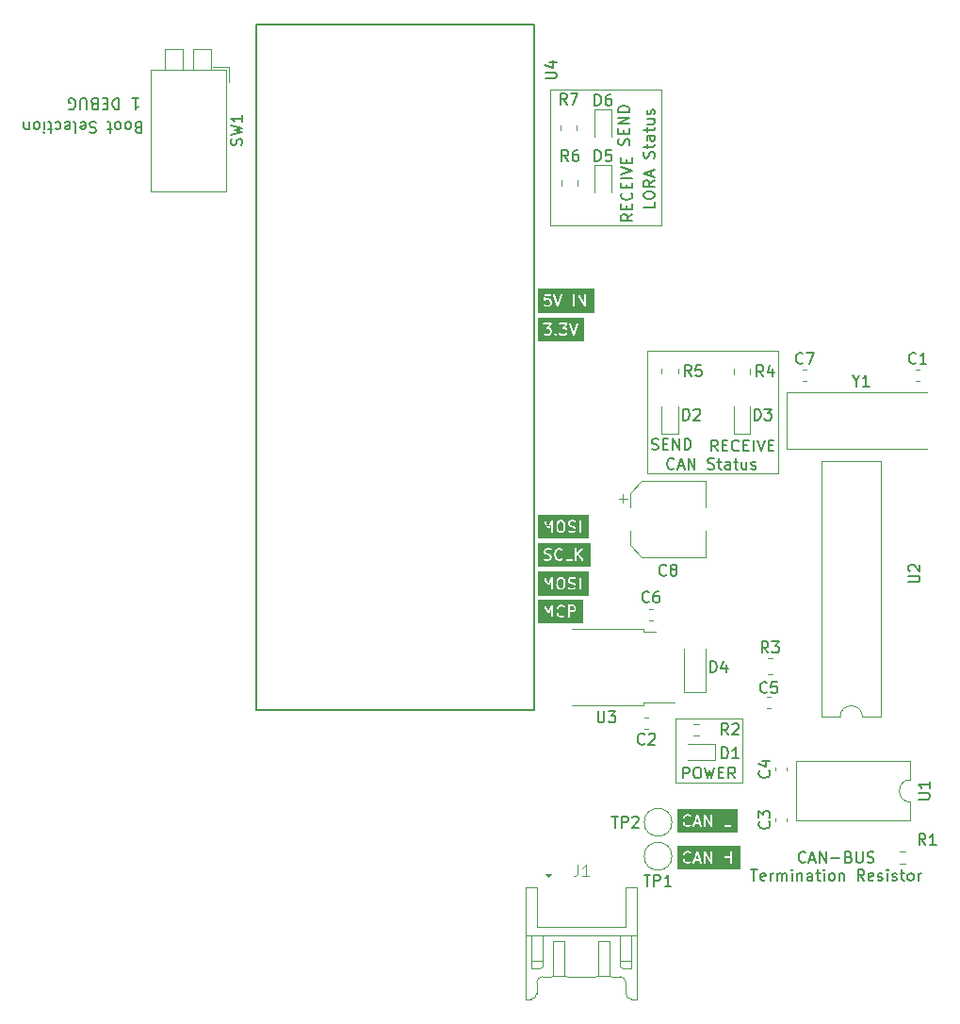
<source format=gbr>
%TF.GenerationSoftware,KiCad,Pcbnew,7.0.1-0*%
%TF.CreationDate,2023-05-25T18:20:17+09:00*%
%TF.ProjectId,AirData,41697244-6174-4612-9e6b-696361645f70,rev?*%
%TF.SameCoordinates,Original*%
%TF.FileFunction,Legend,Top*%
%TF.FilePolarity,Positive*%
%FSLAX46Y46*%
G04 Gerber Fmt 4.6, Leading zero omitted, Abs format (unit mm)*
G04 Created by KiCad (PCBNEW 7.0.1-0) date 2023-05-25 18:20:17*
%MOMM*%
%LPD*%
G01*
G04 APERTURE LIST*
%ADD10C,0.100000*%
%ADD11C,0.150000*%
%ADD12C,0.153000*%
%ADD13C,0.200000*%
%ADD14C,0.120000*%
%ADD15C,0.127000*%
G04 APERTURE END LIST*
D10*
X173454800Y-116500200D02*
X179454800Y-116500200D01*
X179454800Y-122250200D01*
X173454800Y-122250200D01*
X173454800Y-116500200D01*
X170954800Y-83500200D02*
X182704800Y-83500200D01*
X182704800Y-94500200D01*
X170954800Y-94500200D01*
X170954800Y-83500200D01*
X162204800Y-60000200D02*
X172204800Y-60000200D01*
X172204800Y-72250200D01*
X162204800Y-72250200D01*
X162204800Y-60000200D01*
D11*
X177240514Y-92502819D02*
X176907181Y-92026628D01*
X176669086Y-92502819D02*
X176669086Y-91502819D01*
X176669086Y-91502819D02*
X177050038Y-91502819D01*
X177050038Y-91502819D02*
X177145276Y-91550438D01*
X177145276Y-91550438D02*
X177192895Y-91598057D01*
X177192895Y-91598057D02*
X177240514Y-91693295D01*
X177240514Y-91693295D02*
X177240514Y-91836152D01*
X177240514Y-91836152D02*
X177192895Y-91931390D01*
X177192895Y-91931390D02*
X177145276Y-91979009D01*
X177145276Y-91979009D02*
X177050038Y-92026628D01*
X177050038Y-92026628D02*
X176669086Y-92026628D01*
X177669086Y-91979009D02*
X178002419Y-91979009D01*
X178145276Y-92502819D02*
X177669086Y-92502819D01*
X177669086Y-92502819D02*
X177669086Y-91502819D01*
X177669086Y-91502819D02*
X178145276Y-91502819D01*
X179145276Y-92407580D02*
X179097657Y-92455200D01*
X179097657Y-92455200D02*
X178954800Y-92502819D01*
X178954800Y-92502819D02*
X178859562Y-92502819D01*
X178859562Y-92502819D02*
X178716705Y-92455200D01*
X178716705Y-92455200D02*
X178621467Y-92359961D01*
X178621467Y-92359961D02*
X178573848Y-92264723D01*
X178573848Y-92264723D02*
X178526229Y-92074247D01*
X178526229Y-92074247D02*
X178526229Y-91931390D01*
X178526229Y-91931390D02*
X178573848Y-91740914D01*
X178573848Y-91740914D02*
X178621467Y-91645676D01*
X178621467Y-91645676D02*
X178716705Y-91550438D01*
X178716705Y-91550438D02*
X178859562Y-91502819D01*
X178859562Y-91502819D02*
X178954800Y-91502819D01*
X178954800Y-91502819D02*
X179097657Y-91550438D01*
X179097657Y-91550438D02*
X179145276Y-91598057D01*
X179573848Y-91979009D02*
X179907181Y-91979009D01*
X180050038Y-92502819D02*
X179573848Y-92502819D01*
X179573848Y-92502819D02*
X179573848Y-91502819D01*
X179573848Y-91502819D02*
X180050038Y-91502819D01*
X180478610Y-92502819D02*
X180478610Y-91502819D01*
X180811943Y-91502819D02*
X181145276Y-92502819D01*
X181145276Y-92502819D02*
X181478609Y-91502819D01*
X181811943Y-91979009D02*
X182145276Y-91979009D01*
X182288133Y-92502819D02*
X181811943Y-92502819D01*
X181811943Y-92502819D02*
X181811943Y-91502819D01*
X181811943Y-91502819D02*
X182288133Y-91502819D01*
D12*
X124638095Y-60821812D02*
X125209523Y-60821812D01*
X124923809Y-60821812D02*
X124923809Y-61821812D01*
X124923809Y-61821812D02*
X125019047Y-61678955D01*
X125019047Y-61678955D02*
X125114285Y-61583717D01*
X125114285Y-61583717D02*
X125209523Y-61536098D01*
X123447618Y-60821812D02*
X123447618Y-61821812D01*
X123447618Y-61821812D02*
X123209523Y-61821812D01*
X123209523Y-61821812D02*
X123066666Y-61774193D01*
X123066666Y-61774193D02*
X122971428Y-61678955D01*
X122971428Y-61678955D02*
X122923809Y-61583717D01*
X122923809Y-61583717D02*
X122876190Y-61393241D01*
X122876190Y-61393241D02*
X122876190Y-61250384D01*
X122876190Y-61250384D02*
X122923809Y-61059908D01*
X122923809Y-61059908D02*
X122971428Y-60964670D01*
X122971428Y-60964670D02*
X123066666Y-60869432D01*
X123066666Y-60869432D02*
X123209523Y-60821812D01*
X123209523Y-60821812D02*
X123447618Y-60821812D01*
X122447618Y-61345622D02*
X122114285Y-61345622D01*
X121971428Y-60821812D02*
X122447618Y-60821812D01*
X122447618Y-60821812D02*
X122447618Y-61821812D01*
X122447618Y-61821812D02*
X121971428Y-61821812D01*
X121209523Y-61345622D02*
X121066666Y-61298003D01*
X121066666Y-61298003D02*
X121019047Y-61250384D01*
X121019047Y-61250384D02*
X120971428Y-61155146D01*
X120971428Y-61155146D02*
X120971428Y-61012289D01*
X120971428Y-61012289D02*
X121019047Y-60917051D01*
X121019047Y-60917051D02*
X121066666Y-60869432D01*
X121066666Y-60869432D02*
X121161904Y-60821812D01*
X121161904Y-60821812D02*
X121542856Y-60821812D01*
X121542856Y-60821812D02*
X121542856Y-61821812D01*
X121542856Y-61821812D02*
X121209523Y-61821812D01*
X121209523Y-61821812D02*
X121114285Y-61774193D01*
X121114285Y-61774193D02*
X121066666Y-61726574D01*
X121066666Y-61726574D02*
X121019047Y-61631336D01*
X121019047Y-61631336D02*
X121019047Y-61536098D01*
X121019047Y-61536098D02*
X121066666Y-61440860D01*
X121066666Y-61440860D02*
X121114285Y-61393241D01*
X121114285Y-61393241D02*
X121209523Y-61345622D01*
X121209523Y-61345622D02*
X121542856Y-61345622D01*
X120542856Y-61821812D02*
X120542856Y-61012289D01*
X120542856Y-61012289D02*
X120495237Y-60917051D01*
X120495237Y-60917051D02*
X120447618Y-60869432D01*
X120447618Y-60869432D02*
X120352380Y-60821812D01*
X120352380Y-60821812D02*
X120161904Y-60821812D01*
X120161904Y-60821812D02*
X120066666Y-60869432D01*
X120066666Y-60869432D02*
X120019047Y-60917051D01*
X120019047Y-60917051D02*
X119971428Y-61012289D01*
X119971428Y-61012289D02*
X119971428Y-61821812D01*
X118971428Y-61774193D02*
X119066666Y-61821812D01*
X119066666Y-61821812D02*
X119209523Y-61821812D01*
X119209523Y-61821812D02*
X119352380Y-61774193D01*
X119352380Y-61774193D02*
X119447618Y-61678955D01*
X119447618Y-61678955D02*
X119495237Y-61583717D01*
X119495237Y-61583717D02*
X119542856Y-61393241D01*
X119542856Y-61393241D02*
X119542856Y-61250384D01*
X119542856Y-61250384D02*
X119495237Y-61059908D01*
X119495237Y-61059908D02*
X119447618Y-60964670D01*
X119447618Y-60964670D02*
X119352380Y-60869432D01*
X119352380Y-60869432D02*
X119209523Y-60821812D01*
X119209523Y-60821812D02*
X119114285Y-60821812D01*
X119114285Y-60821812D02*
X118971428Y-60869432D01*
X118971428Y-60869432D02*
X118923809Y-60917051D01*
X118923809Y-60917051D02*
X118923809Y-61250384D01*
X118923809Y-61250384D02*
X119114285Y-61250384D01*
D13*
X173323846Y-94032580D02*
X173276227Y-94080200D01*
X173276227Y-94080200D02*
X173133370Y-94127819D01*
X173133370Y-94127819D02*
X173038132Y-94127819D01*
X173038132Y-94127819D02*
X172895275Y-94080200D01*
X172895275Y-94080200D02*
X172800037Y-93984961D01*
X172800037Y-93984961D02*
X172752418Y-93889723D01*
X172752418Y-93889723D02*
X172704799Y-93699247D01*
X172704799Y-93699247D02*
X172704799Y-93556390D01*
X172704799Y-93556390D02*
X172752418Y-93365914D01*
X172752418Y-93365914D02*
X172800037Y-93270676D01*
X172800037Y-93270676D02*
X172895275Y-93175438D01*
X172895275Y-93175438D02*
X173038132Y-93127819D01*
X173038132Y-93127819D02*
X173133370Y-93127819D01*
X173133370Y-93127819D02*
X173276227Y-93175438D01*
X173276227Y-93175438D02*
X173323846Y-93223057D01*
X173704799Y-93842104D02*
X174180989Y-93842104D01*
X173609561Y-94127819D02*
X173942894Y-93127819D01*
X173942894Y-93127819D02*
X174276227Y-94127819D01*
X174609561Y-94127819D02*
X174609561Y-93127819D01*
X174609561Y-93127819D02*
X175180989Y-94127819D01*
X175180989Y-94127819D02*
X175180989Y-93127819D01*
X176371466Y-94080200D02*
X176514323Y-94127819D01*
X176514323Y-94127819D02*
X176752418Y-94127819D01*
X176752418Y-94127819D02*
X176847656Y-94080200D01*
X176847656Y-94080200D02*
X176895275Y-94032580D01*
X176895275Y-94032580D02*
X176942894Y-93937342D01*
X176942894Y-93937342D02*
X176942894Y-93842104D01*
X176942894Y-93842104D02*
X176895275Y-93746866D01*
X176895275Y-93746866D02*
X176847656Y-93699247D01*
X176847656Y-93699247D02*
X176752418Y-93651628D01*
X176752418Y-93651628D02*
X176561942Y-93604009D01*
X176561942Y-93604009D02*
X176466704Y-93556390D01*
X176466704Y-93556390D02*
X176419085Y-93508771D01*
X176419085Y-93508771D02*
X176371466Y-93413533D01*
X176371466Y-93413533D02*
X176371466Y-93318295D01*
X176371466Y-93318295D02*
X176419085Y-93223057D01*
X176419085Y-93223057D02*
X176466704Y-93175438D01*
X176466704Y-93175438D02*
X176561942Y-93127819D01*
X176561942Y-93127819D02*
X176800037Y-93127819D01*
X176800037Y-93127819D02*
X176942894Y-93175438D01*
X177228609Y-93461152D02*
X177609561Y-93461152D01*
X177371466Y-93127819D02*
X177371466Y-93984961D01*
X177371466Y-93984961D02*
X177419085Y-94080200D01*
X177419085Y-94080200D02*
X177514323Y-94127819D01*
X177514323Y-94127819D02*
X177609561Y-94127819D01*
X178371466Y-94127819D02*
X178371466Y-93604009D01*
X178371466Y-93604009D02*
X178323847Y-93508771D01*
X178323847Y-93508771D02*
X178228609Y-93461152D01*
X178228609Y-93461152D02*
X178038133Y-93461152D01*
X178038133Y-93461152D02*
X177942895Y-93508771D01*
X178371466Y-94080200D02*
X178276228Y-94127819D01*
X178276228Y-94127819D02*
X178038133Y-94127819D01*
X178038133Y-94127819D02*
X177942895Y-94080200D01*
X177942895Y-94080200D02*
X177895276Y-93984961D01*
X177895276Y-93984961D02*
X177895276Y-93889723D01*
X177895276Y-93889723D02*
X177942895Y-93794485D01*
X177942895Y-93794485D02*
X178038133Y-93746866D01*
X178038133Y-93746866D02*
X178276228Y-93746866D01*
X178276228Y-93746866D02*
X178371466Y-93699247D01*
X178704800Y-93461152D02*
X179085752Y-93461152D01*
X178847657Y-93127819D02*
X178847657Y-93984961D01*
X178847657Y-93984961D02*
X178895276Y-94080200D01*
X178895276Y-94080200D02*
X178990514Y-94127819D01*
X178990514Y-94127819D02*
X179085752Y-94127819D01*
X179847657Y-93461152D02*
X179847657Y-94127819D01*
X179419086Y-93461152D02*
X179419086Y-93984961D01*
X179419086Y-93984961D02*
X179466705Y-94080200D01*
X179466705Y-94080200D02*
X179561943Y-94127819D01*
X179561943Y-94127819D02*
X179704800Y-94127819D01*
X179704800Y-94127819D02*
X179800038Y-94080200D01*
X179800038Y-94080200D02*
X179847657Y-94032580D01*
X180276229Y-94080200D02*
X180371467Y-94127819D01*
X180371467Y-94127819D02*
X180561943Y-94127819D01*
X180561943Y-94127819D02*
X180657181Y-94080200D01*
X180657181Y-94080200D02*
X180704800Y-93984961D01*
X180704800Y-93984961D02*
X180704800Y-93937342D01*
X180704800Y-93937342D02*
X180657181Y-93842104D01*
X180657181Y-93842104D02*
X180561943Y-93794485D01*
X180561943Y-93794485D02*
X180419086Y-93794485D01*
X180419086Y-93794485D02*
X180323848Y-93746866D01*
X180323848Y-93746866D02*
X180276229Y-93651628D01*
X180276229Y-93651628D02*
X180276229Y-93604009D01*
X180276229Y-93604009D02*
X180323848Y-93508771D01*
X180323848Y-93508771D02*
X180419086Y-93461152D01*
X180419086Y-93461152D02*
X180561943Y-93461152D01*
X180561943Y-93461152D02*
X180657181Y-93508771D01*
D12*
G36*
X175560528Y-129099836D02*
G01*
X175296615Y-129099836D01*
X175428571Y-128703966D01*
X175560528Y-129099836D01*
G37*
G36*
X179269143Y-130063039D02*
G01*
X173627643Y-130063039D01*
X173627643Y-129030241D01*
X174110812Y-129030241D01*
X174113976Y-129042897D01*
X174113976Y-129044479D01*
X174116637Y-129053544D01*
X174160574Y-129229289D01*
X174159626Y-129238075D01*
X174165915Y-129250653D01*
X174166547Y-129253180D01*
X174170820Y-129260464D01*
X174212999Y-129344821D01*
X174215736Y-129357403D01*
X174230655Y-129372323D01*
X174244999Y-129387743D01*
X174246445Y-129388112D01*
X174323944Y-129465612D01*
X174335450Y-129479903D01*
X174350280Y-129484846D01*
X174364004Y-129492340D01*
X174371213Y-129491824D01*
X174490518Y-129531592D01*
X174501346Y-129538551D01*
X174522416Y-129538551D01*
X174543491Y-129539313D01*
X174544777Y-129538551D01*
X174609454Y-129538551D01*
X174621928Y-129541729D01*
X174641925Y-129535062D01*
X174662152Y-129529124D01*
X174663130Y-129527994D01*
X174782185Y-129488309D01*
X174800115Y-129484409D01*
X174802790Y-129481734D01*
X175017976Y-129481734D01*
X175040882Y-129520380D01*
X175081047Y-129540507D01*
X175125716Y-129535726D01*
X175160709Y-129507553D01*
X175245615Y-129252836D01*
X175611528Y-129252836D01*
X175692808Y-129496677D01*
X175711904Y-129524154D01*
X175753417Y-129541328D01*
X175797625Y-129533331D01*
X175830491Y-129502704D01*
X175841582Y-129459169D01*
X175744962Y-129169310D01*
X175745584Y-129164989D01*
X175737949Y-129148271D01*
X175515359Y-128480502D01*
X176017673Y-128480502D01*
X176018738Y-128482366D01*
X176018738Y-129473051D01*
X176028165Y-129505156D01*
X176062117Y-129534576D01*
X176106585Y-129540969D01*
X176147450Y-129522307D01*
X176171738Y-129484514D01*
X176171738Y-128750116D01*
X176595792Y-129492212D01*
X176599593Y-129505156D01*
X176615065Y-129518562D01*
X176629816Y-129532754D01*
X176631922Y-129533169D01*
X176633545Y-129534576D01*
X176653805Y-129537488D01*
X176673891Y-129541453D01*
X176675888Y-129540663D01*
X176678013Y-129540969D01*
X176696640Y-129532462D01*
X176715672Y-129524941D01*
X176716924Y-129523199D01*
X176718878Y-129522307D01*
X176729946Y-129505083D01*
X176741894Y-129488464D01*
X176742005Y-129486319D01*
X176743166Y-129484514D01*
X176743166Y-129464045D01*
X176744231Y-129443600D01*
X176743166Y-129441736D01*
X176743166Y-128949588D01*
X177825844Y-128949588D01*
X177828262Y-128954883D01*
X177828262Y-129473051D01*
X177837689Y-129505156D01*
X177871641Y-129534576D01*
X177916109Y-129540969D01*
X177956974Y-129522307D01*
X177981262Y-129484514D01*
X177981262Y-129014741D01*
X178399690Y-129014741D01*
X178399690Y-129473051D01*
X178409117Y-129505156D01*
X178443069Y-129534576D01*
X178487537Y-129540969D01*
X178528402Y-129522307D01*
X178552690Y-129484514D01*
X178552690Y-128943713D01*
X178555108Y-128926894D01*
X178552690Y-128921599D01*
X178552690Y-128451051D01*
X178543263Y-128418946D01*
X178509311Y-128389526D01*
X178464843Y-128383133D01*
X178423978Y-128401795D01*
X178399690Y-128439588D01*
X178399690Y-128861741D01*
X177981262Y-128861741D01*
X177981262Y-128451051D01*
X177971835Y-128418946D01*
X177937883Y-128389526D01*
X177893415Y-128383133D01*
X177852550Y-128401795D01*
X177828262Y-128439588D01*
X177828262Y-128932769D01*
X177825844Y-128949588D01*
X176743166Y-128949588D01*
X176743166Y-128451051D01*
X176733739Y-128418946D01*
X176699787Y-128389526D01*
X176655319Y-128383133D01*
X176614454Y-128401795D01*
X176590166Y-128439588D01*
X176590166Y-129173986D01*
X176166111Y-128431889D01*
X176162311Y-128418946D01*
X176146838Y-128405539D01*
X176132088Y-128391348D01*
X176129981Y-128390932D01*
X176128359Y-128389526D01*
X176108098Y-128386613D01*
X176088013Y-128382649D01*
X176086015Y-128383438D01*
X176083891Y-128383133D01*
X176065263Y-128391639D01*
X176046232Y-128399161D01*
X176044980Y-128400902D01*
X176043026Y-128401795D01*
X176031953Y-128419023D01*
X176020010Y-128435639D01*
X176019898Y-128437782D01*
X176018738Y-128439588D01*
X176018738Y-128460057D01*
X176017673Y-128480502D01*
X175515359Y-128480502D01*
X175505521Y-128450987D01*
X175505833Y-128442369D01*
X175498556Y-128430091D01*
X175497667Y-128427424D01*
X175492966Y-128420661D01*
X175482927Y-128403722D01*
X175480267Y-128402389D01*
X175478571Y-128399948D01*
X175460366Y-128392416D01*
X175442762Y-128383595D01*
X175439807Y-128383911D01*
X175437058Y-128382774D01*
X175417669Y-128386281D01*
X175398093Y-128388377D01*
X175395777Y-128390241D01*
X175392850Y-128390771D01*
X175378436Y-128404202D01*
X175363100Y-128416550D01*
X175362159Y-128419370D01*
X175359984Y-128421398D01*
X175355120Y-128440489D01*
X175122708Y-129137724D01*
X175117951Y-129143215D01*
X175115730Y-129158657D01*
X175019185Y-129448295D01*
X175017976Y-129481734D01*
X174802790Y-129481734D01*
X174811170Y-129473352D01*
X174824007Y-129464432D01*
X174826770Y-129457753D01*
X174871395Y-129413127D01*
X174887431Y-129383759D01*
X174884226Y-129338948D01*
X174857302Y-129302985D01*
X174815210Y-129287285D01*
X174771312Y-129296835D01*
X174720580Y-129347567D01*
X174606632Y-129385551D01*
X174536223Y-129385551D01*
X174422275Y-129347568D01*
X174348585Y-129273876D01*
X174310274Y-129197255D01*
X174266976Y-129024061D01*
X174266976Y-128900040D01*
X174310274Y-128726845D01*
X174348586Y-128650223D01*
X174422275Y-128576533D01*
X174536223Y-128538551D01*
X174606632Y-128538551D01*
X174720580Y-128576533D01*
X174763207Y-128619161D01*
X174792575Y-128635196D01*
X174837386Y-128631992D01*
X174873350Y-128605069D01*
X174889050Y-128562977D01*
X174879500Y-128519079D01*
X174818909Y-128458488D01*
X174807405Y-128444199D01*
X174792575Y-128439255D01*
X174778852Y-128431762D01*
X174771641Y-128432277D01*
X174652337Y-128392509D01*
X174641510Y-128385551D01*
X174620440Y-128385551D01*
X174599364Y-128384789D01*
X174598078Y-128385551D01*
X174533401Y-128385551D01*
X174520927Y-128382373D01*
X174500921Y-128389041D01*
X174480704Y-128394978D01*
X174479725Y-128396106D01*
X174360666Y-128435793D01*
X174342742Y-128439693D01*
X174331688Y-128450746D01*
X174318849Y-128459670D01*
X174316085Y-128466349D01*
X174238403Y-128544031D01*
X174227336Y-128550605D01*
X174217913Y-128569449D01*
X174207806Y-128587960D01*
X174207912Y-128589451D01*
X174175765Y-128653746D01*
X174169327Y-128659800D01*
X174165915Y-128673446D01*
X174164752Y-128675773D01*
X174163257Y-128684078D01*
X174119313Y-128859853D01*
X174113976Y-128868159D01*
X174113976Y-128881204D01*
X174113592Y-128882740D01*
X174113976Y-128892187D01*
X174113976Y-129020889D01*
X174110812Y-129030241D01*
X173627643Y-129030241D01*
X173627643Y-127935825D01*
X179269143Y-127935825D01*
X179269143Y-130063039D01*
G37*
G36*
X165292952Y-82663039D02*
G01*
X161127643Y-82663039D01*
X161127643Y-81961123D01*
X161563330Y-81961123D01*
X161572879Y-82005021D01*
X161629598Y-82061741D01*
X161636173Y-82072810D01*
X161655027Y-82082237D01*
X161673527Y-82092339D01*
X161675017Y-82092232D01*
X161747815Y-82128631D01*
X161763251Y-82138551D01*
X161778885Y-82138551D01*
X161794272Y-82141320D01*
X161800948Y-82138551D01*
X162067310Y-82138551D01*
X162085548Y-82140520D01*
X162099528Y-82133529D01*
X162114533Y-82129124D01*
X162119267Y-82123660D01*
X162192296Y-82087145D01*
X162204877Y-82084409D01*
X162219788Y-82069497D01*
X162235216Y-82055147D01*
X162235586Y-82053698D01*
X162261595Y-82027688D01*
X162272663Y-82021115D01*
X162278848Y-82008744D01*
X162563330Y-82008744D01*
X162566941Y-82025345D01*
X162568154Y-82042296D01*
X162571643Y-82046956D01*
X162572880Y-82052642D01*
X162584894Y-82064656D01*
X162595078Y-82078259D01*
X162600530Y-82080292D01*
X162622575Y-82102338D01*
X162623403Y-82105156D01*
X162634163Y-82114480D01*
X162642696Y-82125878D01*
X162650809Y-82128904D01*
X162657355Y-82134576D01*
X162665928Y-82135808D01*
X162673528Y-82139958D01*
X162679332Y-82139543D01*
X162684788Y-82141578D01*
X162693251Y-82139736D01*
X162701823Y-82140969D01*
X162709700Y-82137371D01*
X162718339Y-82136754D01*
X162722999Y-82133265D01*
X162728686Y-82132028D01*
X162734808Y-82125905D01*
X162742688Y-82122307D01*
X162747370Y-82115020D01*
X162754303Y-82109831D01*
X162756337Y-82104377D01*
X162788323Y-82072390D01*
X162801921Y-82062212D01*
X162807858Y-82046294D01*
X162816002Y-82031380D01*
X162815587Y-82025576D01*
X162817622Y-82020121D01*
X162814009Y-82003514D01*
X162812798Y-81986569D01*
X162809310Y-81981909D01*
X162808073Y-81976223D01*
X162796058Y-81964208D01*
X162793749Y-81961123D01*
X162991901Y-81961123D01*
X163001450Y-82005021D01*
X163058169Y-82061741D01*
X163064744Y-82072810D01*
X163083598Y-82082237D01*
X163102098Y-82092339D01*
X163103588Y-82092232D01*
X163176386Y-82128631D01*
X163191822Y-82138551D01*
X163207456Y-82138551D01*
X163222843Y-82141320D01*
X163229519Y-82138551D01*
X163495881Y-82138551D01*
X163514119Y-82140520D01*
X163528099Y-82133529D01*
X163543104Y-82129124D01*
X163547838Y-82123660D01*
X163620867Y-82087145D01*
X163633448Y-82084409D01*
X163648359Y-82069497D01*
X163663787Y-82055147D01*
X163664157Y-82053698D01*
X163690166Y-82027688D01*
X163701234Y-82021115D01*
X163710658Y-82002266D01*
X163720764Y-81983759D01*
X163720657Y-81982268D01*
X163757055Y-81909472D01*
X163766975Y-81894037D01*
X163766975Y-81878403D01*
X163769744Y-81863016D01*
X163766975Y-81856340D01*
X163766975Y-81637596D01*
X163768944Y-81619358D01*
X163761953Y-81605376D01*
X163757548Y-81590374D01*
X163752085Y-81585640D01*
X163715569Y-81512608D01*
X163712833Y-81500031D01*
X163697937Y-81485135D01*
X163683571Y-81469691D01*
X163682122Y-81469320D01*
X163656113Y-81443311D01*
X163649540Y-81432244D01*
X163630695Y-81422821D01*
X163612185Y-81412714D01*
X163610693Y-81412820D01*
X163537897Y-81376422D01*
X163524553Y-81367847D01*
X163733387Y-81129180D01*
X163733580Y-81129124D01*
X163748187Y-81112265D01*
X163755291Y-81104148D01*
X163755369Y-81103977D01*
X163763000Y-81095172D01*
X163764604Y-81084011D01*
X163769337Y-81073779D01*
X163768108Y-81064932D01*
X163896512Y-81064932D01*
X164232572Y-82073113D01*
X164232261Y-82081734D01*
X164239539Y-82094013D01*
X164240427Y-82096677D01*
X164245122Y-82103432D01*
X164255167Y-82120380D01*
X164257826Y-82121712D01*
X164259523Y-82124154D01*
X164277727Y-82131685D01*
X164295332Y-82140507D01*
X164298286Y-82140190D01*
X164301036Y-82141328D01*
X164320416Y-82137822D01*
X164340001Y-82135726D01*
X164342318Y-82133860D01*
X164345244Y-82133331D01*
X164359649Y-82119907D01*
X164374994Y-82107553D01*
X164375934Y-82104731D01*
X164378110Y-82102704D01*
X164382972Y-82083617D01*
X164718909Y-81075807D01*
X164720118Y-81042369D01*
X164697212Y-81003722D01*
X164657047Y-80983595D01*
X164612378Y-80988377D01*
X164577385Y-81016550D01*
X164309523Y-81820135D01*
X164045286Y-81027424D01*
X164026190Y-80999948D01*
X163984677Y-80982774D01*
X163940469Y-80990771D01*
X163907603Y-81021398D01*
X163896512Y-81064932D01*
X163768108Y-81064932D01*
X163767734Y-81062238D01*
X163769393Y-81050704D01*
X163764709Y-81040448D01*
X163763159Y-81029281D01*
X163755571Y-81020439D01*
X163750731Y-81009839D01*
X163741244Y-81003742D01*
X163733903Y-80995187D01*
X163722740Y-80991850D01*
X163712938Y-80985551D01*
X163701663Y-80985551D01*
X163690860Y-80982322D01*
X163679663Y-80985551D01*
X163060428Y-80985551D01*
X163028323Y-80994978D01*
X162998903Y-81028930D01*
X162992510Y-81073398D01*
X163011172Y-81114263D01*
X163048965Y-81138551D01*
X163521887Y-81138551D01*
X163314229Y-81375873D01*
X163314037Y-81375930D01*
X163299429Y-81392788D01*
X163292326Y-81400906D01*
X163292247Y-81401076D01*
X163284617Y-81409882D01*
X163283012Y-81421042D01*
X163278280Y-81431275D01*
X163279882Y-81442815D01*
X163278224Y-81454350D01*
X163282907Y-81464605D01*
X163284458Y-81475773D01*
X163292045Y-81484614D01*
X163296886Y-81495215D01*
X163306372Y-81501311D01*
X163313714Y-81509867D01*
X163324876Y-81513203D01*
X163334679Y-81519503D01*
X163345954Y-81519503D01*
X163356757Y-81522732D01*
X163367954Y-81519503D01*
X163481940Y-81519503D01*
X163549921Y-81553493D01*
X163579985Y-81583558D01*
X163613975Y-81651537D01*
X163613975Y-81853515D01*
X163579984Y-81921496D01*
X163549921Y-81951560D01*
X163481940Y-81985551D01*
X163232344Y-81985551D01*
X163164362Y-81951560D01*
X163117744Y-81904941D01*
X163088377Y-81888905D01*
X163043566Y-81892109D01*
X163007602Y-81919031D01*
X162991901Y-81961123D01*
X162793749Y-81961123D01*
X162785875Y-81950605D01*
X162780421Y-81948570D01*
X162758376Y-81926526D01*
X162757549Y-81923707D01*
X162746787Y-81914381D01*
X162738255Y-81902985D01*
X162730143Y-81899959D01*
X162723597Y-81894287D01*
X162715024Y-81893054D01*
X162707425Y-81888905D01*
X162701619Y-81889320D01*
X162696163Y-81887285D01*
X162687699Y-81889126D01*
X162679129Y-81887894D01*
X162671251Y-81891491D01*
X162662614Y-81892109D01*
X162657954Y-81895597D01*
X162652265Y-81896835D01*
X162646141Y-81902958D01*
X162638264Y-81906556D01*
X162633581Y-81913842D01*
X162626650Y-81919031D01*
X162624615Y-81924485D01*
X162592633Y-81956468D01*
X162579030Y-81966652D01*
X162573091Y-81982572D01*
X162564949Y-81997485D01*
X162565364Y-82003290D01*
X162563330Y-82008744D01*
X162278848Y-82008744D01*
X162282087Y-82002266D01*
X162292193Y-81983759D01*
X162292086Y-81982268D01*
X162328484Y-81909472D01*
X162338404Y-81894037D01*
X162338404Y-81878403D01*
X162341173Y-81863016D01*
X162338404Y-81856340D01*
X162338404Y-81637596D01*
X162340373Y-81619358D01*
X162333382Y-81605376D01*
X162328977Y-81590374D01*
X162323514Y-81585640D01*
X162286998Y-81512608D01*
X162284262Y-81500031D01*
X162269366Y-81485135D01*
X162255000Y-81469691D01*
X162253551Y-81469320D01*
X162227542Y-81443311D01*
X162220969Y-81432244D01*
X162202124Y-81422821D01*
X162183614Y-81412714D01*
X162182122Y-81412820D01*
X162109326Y-81376422D01*
X162095982Y-81367847D01*
X162304816Y-81129180D01*
X162305009Y-81129124D01*
X162319616Y-81112265D01*
X162326720Y-81104148D01*
X162326798Y-81103977D01*
X162334429Y-81095172D01*
X162336033Y-81084011D01*
X162340766Y-81073779D01*
X162339163Y-81062238D01*
X162340822Y-81050704D01*
X162336138Y-81040448D01*
X162334588Y-81029281D01*
X162327000Y-81020439D01*
X162322160Y-81009839D01*
X162312673Y-81003742D01*
X162305332Y-80995187D01*
X162294169Y-80991850D01*
X162284367Y-80985551D01*
X162273092Y-80985551D01*
X162262289Y-80982322D01*
X162251092Y-80985551D01*
X161631857Y-80985551D01*
X161599752Y-80994978D01*
X161570332Y-81028930D01*
X161563939Y-81073398D01*
X161582601Y-81114263D01*
X161620394Y-81138551D01*
X162093316Y-81138551D01*
X161885658Y-81375873D01*
X161885466Y-81375930D01*
X161870858Y-81392788D01*
X161863755Y-81400906D01*
X161863676Y-81401076D01*
X161856046Y-81409882D01*
X161854441Y-81421042D01*
X161849709Y-81431275D01*
X161851311Y-81442815D01*
X161849653Y-81454350D01*
X161854336Y-81464605D01*
X161855887Y-81475773D01*
X161863474Y-81484614D01*
X161868315Y-81495215D01*
X161877801Y-81501311D01*
X161885143Y-81509867D01*
X161896305Y-81513203D01*
X161906108Y-81519503D01*
X161917383Y-81519503D01*
X161928186Y-81522732D01*
X161939383Y-81519503D01*
X162053369Y-81519503D01*
X162121350Y-81553493D01*
X162151414Y-81583558D01*
X162185404Y-81651537D01*
X162185404Y-81853515D01*
X162151413Y-81921496D01*
X162121350Y-81951560D01*
X162053369Y-81985551D01*
X161803773Y-81985551D01*
X161735791Y-81951560D01*
X161689173Y-81904941D01*
X161659806Y-81888905D01*
X161614995Y-81892109D01*
X161579031Y-81919031D01*
X161563330Y-81961123D01*
X161127643Y-81961123D01*
X161127643Y-80535825D01*
X165292952Y-80535825D01*
X165292952Y-82663039D01*
G37*
D13*
X171582419Y-70131153D02*
X171582419Y-70607343D01*
X171582419Y-70607343D02*
X170582419Y-70607343D01*
X170582419Y-69607343D02*
X170582419Y-69416867D01*
X170582419Y-69416867D02*
X170630038Y-69321629D01*
X170630038Y-69321629D02*
X170725276Y-69226391D01*
X170725276Y-69226391D02*
X170915752Y-69178772D01*
X170915752Y-69178772D02*
X171249085Y-69178772D01*
X171249085Y-69178772D02*
X171439561Y-69226391D01*
X171439561Y-69226391D02*
X171534800Y-69321629D01*
X171534800Y-69321629D02*
X171582419Y-69416867D01*
X171582419Y-69416867D02*
X171582419Y-69607343D01*
X171582419Y-69607343D02*
X171534800Y-69702581D01*
X171534800Y-69702581D02*
X171439561Y-69797819D01*
X171439561Y-69797819D02*
X171249085Y-69845438D01*
X171249085Y-69845438D02*
X170915752Y-69845438D01*
X170915752Y-69845438D02*
X170725276Y-69797819D01*
X170725276Y-69797819D02*
X170630038Y-69702581D01*
X170630038Y-69702581D02*
X170582419Y-69607343D01*
X171582419Y-68178772D02*
X171106228Y-68512105D01*
X171582419Y-68750200D02*
X170582419Y-68750200D01*
X170582419Y-68750200D02*
X170582419Y-68369248D01*
X170582419Y-68369248D02*
X170630038Y-68274010D01*
X170630038Y-68274010D02*
X170677657Y-68226391D01*
X170677657Y-68226391D02*
X170772895Y-68178772D01*
X170772895Y-68178772D02*
X170915752Y-68178772D01*
X170915752Y-68178772D02*
X171010990Y-68226391D01*
X171010990Y-68226391D02*
X171058609Y-68274010D01*
X171058609Y-68274010D02*
X171106228Y-68369248D01*
X171106228Y-68369248D02*
X171106228Y-68750200D01*
X171296704Y-67797819D02*
X171296704Y-67321629D01*
X171582419Y-67893057D02*
X170582419Y-67559724D01*
X170582419Y-67559724D02*
X171582419Y-67226391D01*
X171534800Y-66178771D02*
X171582419Y-66035914D01*
X171582419Y-66035914D02*
X171582419Y-65797819D01*
X171582419Y-65797819D02*
X171534800Y-65702581D01*
X171534800Y-65702581D02*
X171487180Y-65654962D01*
X171487180Y-65654962D02*
X171391942Y-65607343D01*
X171391942Y-65607343D02*
X171296704Y-65607343D01*
X171296704Y-65607343D02*
X171201466Y-65654962D01*
X171201466Y-65654962D02*
X171153847Y-65702581D01*
X171153847Y-65702581D02*
X171106228Y-65797819D01*
X171106228Y-65797819D02*
X171058609Y-65988295D01*
X171058609Y-65988295D02*
X171010990Y-66083533D01*
X171010990Y-66083533D02*
X170963371Y-66131152D01*
X170963371Y-66131152D02*
X170868133Y-66178771D01*
X170868133Y-66178771D02*
X170772895Y-66178771D01*
X170772895Y-66178771D02*
X170677657Y-66131152D01*
X170677657Y-66131152D02*
X170630038Y-66083533D01*
X170630038Y-66083533D02*
X170582419Y-65988295D01*
X170582419Y-65988295D02*
X170582419Y-65750200D01*
X170582419Y-65750200D02*
X170630038Y-65607343D01*
X170915752Y-65321628D02*
X170915752Y-64940676D01*
X170582419Y-65178771D02*
X171439561Y-65178771D01*
X171439561Y-65178771D02*
X171534800Y-65131152D01*
X171534800Y-65131152D02*
X171582419Y-65035914D01*
X171582419Y-65035914D02*
X171582419Y-64940676D01*
X171582419Y-64178771D02*
X171058609Y-64178771D01*
X171058609Y-64178771D02*
X170963371Y-64226390D01*
X170963371Y-64226390D02*
X170915752Y-64321628D01*
X170915752Y-64321628D02*
X170915752Y-64512104D01*
X170915752Y-64512104D02*
X170963371Y-64607342D01*
X171534800Y-64178771D02*
X171582419Y-64274009D01*
X171582419Y-64274009D02*
X171582419Y-64512104D01*
X171582419Y-64512104D02*
X171534800Y-64607342D01*
X171534800Y-64607342D02*
X171439561Y-64654961D01*
X171439561Y-64654961D02*
X171344323Y-64654961D01*
X171344323Y-64654961D02*
X171249085Y-64607342D01*
X171249085Y-64607342D02*
X171201466Y-64512104D01*
X171201466Y-64512104D02*
X171201466Y-64274009D01*
X171201466Y-64274009D02*
X171153847Y-64178771D01*
X170915752Y-63845437D02*
X170915752Y-63464485D01*
X170582419Y-63702580D02*
X171439561Y-63702580D01*
X171439561Y-63702580D02*
X171534800Y-63654961D01*
X171534800Y-63654961D02*
X171582419Y-63559723D01*
X171582419Y-63559723D02*
X171582419Y-63464485D01*
X170915752Y-62702580D02*
X171582419Y-62702580D01*
X170915752Y-63131151D02*
X171439561Y-63131151D01*
X171439561Y-63131151D02*
X171534800Y-63083532D01*
X171534800Y-63083532D02*
X171582419Y-62988294D01*
X171582419Y-62988294D02*
X171582419Y-62845437D01*
X171582419Y-62845437D02*
X171534800Y-62750199D01*
X171534800Y-62750199D02*
X171487180Y-62702580D01*
X171534800Y-62274008D02*
X171582419Y-62178770D01*
X171582419Y-62178770D02*
X171582419Y-61988294D01*
X171582419Y-61988294D02*
X171534800Y-61893056D01*
X171534800Y-61893056D02*
X171439561Y-61845437D01*
X171439561Y-61845437D02*
X171391942Y-61845437D01*
X171391942Y-61845437D02*
X171296704Y-61893056D01*
X171296704Y-61893056D02*
X171249085Y-61988294D01*
X171249085Y-61988294D02*
X171249085Y-62131151D01*
X171249085Y-62131151D02*
X171201466Y-62226389D01*
X171201466Y-62226389D02*
X171106228Y-62274008D01*
X171106228Y-62274008D02*
X171058609Y-62274008D01*
X171058609Y-62274008D02*
X170963371Y-62226389D01*
X170963371Y-62226389D02*
X170915752Y-62131151D01*
X170915752Y-62131151D02*
X170915752Y-61988294D01*
X170915752Y-61988294D02*
X170963371Y-61893056D01*
D12*
G36*
X163311827Y-103972542D02*
G01*
X163383303Y-104044018D01*
X163423499Y-104204801D01*
X163423499Y-104519299D01*
X163383303Y-104680082D01*
X163311826Y-104751560D01*
X163243845Y-104785551D01*
X163089487Y-104785551D01*
X163021505Y-104751560D01*
X162950028Y-104680082D01*
X162909833Y-104519299D01*
X162909833Y-104204802D01*
X162950029Y-104044017D01*
X163021506Y-103972541D01*
X163089486Y-103938551D01*
X163243845Y-103938551D01*
X163311827Y-103972542D01*
G37*
G36*
X165673904Y-105463039D02*
G01*
X161127643Y-105463039D01*
X161127643Y-103874046D01*
X161659273Y-103874046D01*
X161661595Y-103879022D01*
X161661595Y-104873051D01*
X161671022Y-104905156D01*
X161704974Y-104934576D01*
X161749442Y-104940969D01*
X161790307Y-104922307D01*
X161814595Y-104884514D01*
X161814595Y-104206879D01*
X162001830Y-104608098D01*
X162010745Y-104628051D01*
X162020874Y-104634679D01*
X162028876Y-104643761D01*
X162039282Y-104646724D01*
X162048337Y-104652649D01*
X162060440Y-104652748D01*
X162072084Y-104656064D01*
X162082441Y-104652929D01*
X162093260Y-104653019D01*
X162103497Y-104646558D01*
X162115084Y-104643052D01*
X162122102Y-104634816D01*
X162131252Y-104629042D01*
X162136370Y-104618074D01*
X162144223Y-104608860D01*
X162145674Y-104598135D01*
X162328261Y-104206880D01*
X162328261Y-104873051D01*
X162337688Y-104905156D01*
X162371640Y-104934576D01*
X162416108Y-104940969D01*
X162456973Y-104922307D01*
X162481261Y-104884514D01*
X162481261Y-104525479D01*
X162753669Y-104525479D01*
X162756833Y-104538135D01*
X162756833Y-104539717D01*
X162759494Y-104548782D01*
X162806444Y-104736578D01*
X162810974Y-104757403D01*
X162819929Y-104766358D01*
X162826336Y-104777278D01*
X162835484Y-104781914D01*
X162915314Y-104861744D01*
X162921887Y-104872810D01*
X162940724Y-104882228D01*
X162959242Y-104892340D01*
X162960733Y-104892233D01*
X163033529Y-104928631D01*
X163048965Y-104938551D01*
X163064599Y-104938551D01*
X163079986Y-104941320D01*
X163086662Y-104938551D01*
X163257786Y-104938551D01*
X163276024Y-104940520D01*
X163290004Y-104933529D01*
X163305009Y-104929124D01*
X163309743Y-104923660D01*
X163382772Y-104887145D01*
X163395352Y-104884409D01*
X163410254Y-104869506D01*
X163425692Y-104855147D01*
X163426062Y-104853698D01*
X163505630Y-104774129D01*
X163521148Y-104759539D01*
X163524219Y-104747254D01*
X163530288Y-104736140D01*
X163529556Y-104725906D01*
X163571161Y-104559484D01*
X163576499Y-104551180D01*
X163576499Y-104538136D01*
X163576883Y-104536600D01*
X163576499Y-104527153D01*
X163576499Y-104207974D01*
X163579663Y-104198622D01*
X163576499Y-104185966D01*
X163576499Y-104184384D01*
X163573837Y-104175319D01*
X163545278Y-104061085D01*
X163801683Y-104061085D01*
X163804452Y-104067761D01*
X163804452Y-104143647D01*
X163802483Y-104161885D01*
X163809473Y-104175865D01*
X163813879Y-104190870D01*
X163819342Y-104195604D01*
X163855857Y-104268633D01*
X163858594Y-104281213D01*
X163873500Y-104296119D01*
X163887856Y-104311553D01*
X163889303Y-104311923D01*
X163915314Y-104337933D01*
X163921887Y-104349000D01*
X163940732Y-104358422D01*
X163959242Y-104368529D01*
X163960731Y-104368422D01*
X164025028Y-104400570D01*
X164031082Y-104407009D01*
X164044728Y-104410420D01*
X164047055Y-104411584D01*
X164055359Y-104413078D01*
X164235204Y-104458039D01*
X164311826Y-104496350D01*
X164341890Y-104526415D01*
X164375880Y-104594394D01*
X164375880Y-104653515D01*
X164341889Y-104721496D01*
X164311826Y-104751560D01*
X164243845Y-104785551D01*
X164036223Y-104785551D01*
X163894708Y-104738379D01*
X163861269Y-104737170D01*
X163822623Y-104760076D01*
X163802496Y-104800241D01*
X163807277Y-104844910D01*
X163835450Y-104879903D01*
X163990518Y-104931592D01*
X164001346Y-104938551D01*
X164022416Y-104938551D01*
X164043491Y-104939313D01*
X164044777Y-104938551D01*
X164257786Y-104938551D01*
X164276024Y-104940520D01*
X164290004Y-104933529D01*
X164305009Y-104929124D01*
X164309743Y-104923660D01*
X164382772Y-104887145D01*
X164395353Y-104884409D01*
X164406710Y-104873051D01*
X164804452Y-104873051D01*
X164813879Y-104905156D01*
X164847831Y-104934576D01*
X164892299Y-104940969D01*
X164933164Y-104922307D01*
X164957452Y-104884514D01*
X164957452Y-103851051D01*
X164948025Y-103818946D01*
X164914073Y-103789526D01*
X164869605Y-103783133D01*
X164828740Y-103801795D01*
X164804452Y-103839588D01*
X164804452Y-104873051D01*
X164406710Y-104873051D01*
X164410264Y-104869497D01*
X164425692Y-104855147D01*
X164426062Y-104853698D01*
X164452071Y-104827688D01*
X164463139Y-104821115D01*
X164472563Y-104802266D01*
X164482669Y-104783759D01*
X164482562Y-104782268D01*
X164518960Y-104709472D01*
X164528880Y-104694037D01*
X164528880Y-104678403D01*
X164531649Y-104663016D01*
X164528880Y-104656340D01*
X164528880Y-104580453D01*
X164530849Y-104562215D01*
X164523858Y-104548233D01*
X164519453Y-104533231D01*
X164513990Y-104528497D01*
X164477474Y-104455465D01*
X164474738Y-104442888D01*
X164459842Y-104427992D01*
X164445476Y-104412548D01*
X164444027Y-104412177D01*
X164418018Y-104386168D01*
X164411445Y-104375101D01*
X164392600Y-104365678D01*
X164374090Y-104355571D01*
X164372598Y-104355677D01*
X164308303Y-104323530D01*
X164302250Y-104317092D01*
X164288604Y-104313680D01*
X164286277Y-104312517D01*
X164277971Y-104311022D01*
X164098128Y-104266061D01*
X164021505Y-104227750D01*
X163991443Y-104197688D01*
X163957452Y-104129706D01*
X163957452Y-104070586D01*
X163991442Y-104002604D01*
X164021507Y-103972540D01*
X164089486Y-103938551D01*
X164297108Y-103938551D01*
X164438624Y-103985723D01*
X164472062Y-103986932D01*
X164510709Y-103964026D01*
X164530836Y-103923861D01*
X164526054Y-103879192D01*
X164497881Y-103844199D01*
X164342813Y-103792509D01*
X164331986Y-103785551D01*
X164310916Y-103785551D01*
X164289840Y-103784789D01*
X164288554Y-103785551D01*
X164075545Y-103785551D01*
X164057307Y-103783582D01*
X164043325Y-103790572D01*
X164028323Y-103794978D01*
X164023589Y-103800440D01*
X163950557Y-103836956D01*
X163937980Y-103839693D01*
X163923084Y-103854588D01*
X163907640Y-103868955D01*
X163907269Y-103870403D01*
X163881260Y-103896412D01*
X163870193Y-103902986D01*
X163860770Y-103921830D01*
X163850663Y-103940341D01*
X163850769Y-103941832D01*
X163814371Y-104014628D01*
X163804452Y-104030064D01*
X163804452Y-104045698D01*
X163801683Y-104061085D01*
X163545278Y-104061085D01*
X163526882Y-103987499D01*
X163522357Y-103966698D01*
X163513405Y-103957746D01*
X163506996Y-103946822D01*
X163497842Y-103942183D01*
X163418018Y-103862359D01*
X163411445Y-103851292D01*
X163392600Y-103841869D01*
X163374090Y-103831762D01*
X163372598Y-103831868D01*
X163299802Y-103795470D01*
X163284367Y-103785551D01*
X163268733Y-103785551D01*
X163253346Y-103782782D01*
X163246670Y-103785551D01*
X163075545Y-103785551D01*
X163057307Y-103783582D01*
X163043325Y-103790572D01*
X163028323Y-103794978D01*
X163023589Y-103800440D01*
X162950557Y-103836956D01*
X162937980Y-103839693D01*
X162923084Y-103854588D01*
X162907640Y-103868955D01*
X162907269Y-103870403D01*
X162827703Y-103949969D01*
X162812184Y-103964562D01*
X162809113Y-103976845D01*
X162803044Y-103987960D01*
X162803775Y-103998194D01*
X162762170Y-104164615D01*
X162756833Y-104172921D01*
X162756833Y-104185966D01*
X162756449Y-104187502D01*
X162756833Y-104196949D01*
X162756833Y-104516127D01*
X162753669Y-104525479D01*
X162481261Y-104525479D01*
X162481261Y-103867841D01*
X162483770Y-103851354D01*
X162476709Y-103835549D01*
X162471834Y-103818946D01*
X162467685Y-103815351D01*
X162465445Y-103810336D01*
X162450959Y-103800857D01*
X162437882Y-103789526D01*
X162432447Y-103788744D01*
X162427852Y-103785738D01*
X162410542Y-103785595D01*
X162393414Y-103783133D01*
X162388420Y-103785413D01*
X162382929Y-103785368D01*
X162368289Y-103794606D01*
X162352549Y-103801795D01*
X162349581Y-103806413D01*
X162344937Y-103809344D01*
X162337616Y-103825029D01*
X162328261Y-103839588D01*
X162328261Y-103845078D01*
X162071427Y-104395435D01*
X161809866Y-103834947D01*
X161805168Y-103818946D01*
X161792087Y-103807611D01*
X161780647Y-103794626D01*
X161775366Y-103793122D01*
X161771216Y-103789526D01*
X161754083Y-103787062D01*
X161737439Y-103782324D01*
X161732182Y-103783914D01*
X161726748Y-103783133D01*
X161711004Y-103790322D01*
X161694439Y-103795335D01*
X161690877Y-103799514D01*
X161685883Y-103801795D01*
X161676525Y-103816355D01*
X161665300Y-103829528D01*
X161664563Y-103834969D01*
X161661595Y-103839588D01*
X161661595Y-103856895D01*
X161659273Y-103874046D01*
X161127643Y-103874046D01*
X161127643Y-103335825D01*
X165673904Y-103335825D01*
X165673904Y-105463039D01*
G37*
D11*
X169582419Y-71214485D02*
X169106228Y-71547818D01*
X169582419Y-71785913D02*
X168582419Y-71785913D01*
X168582419Y-71785913D02*
X168582419Y-71404961D01*
X168582419Y-71404961D02*
X168630038Y-71309723D01*
X168630038Y-71309723D02*
X168677657Y-71262104D01*
X168677657Y-71262104D02*
X168772895Y-71214485D01*
X168772895Y-71214485D02*
X168915752Y-71214485D01*
X168915752Y-71214485D02*
X169010990Y-71262104D01*
X169010990Y-71262104D02*
X169058609Y-71309723D01*
X169058609Y-71309723D02*
X169106228Y-71404961D01*
X169106228Y-71404961D02*
X169106228Y-71785913D01*
X169058609Y-70785913D02*
X169058609Y-70452580D01*
X169582419Y-70309723D02*
X169582419Y-70785913D01*
X169582419Y-70785913D02*
X168582419Y-70785913D01*
X168582419Y-70785913D02*
X168582419Y-70309723D01*
X169487180Y-69309723D02*
X169534800Y-69357342D01*
X169534800Y-69357342D02*
X169582419Y-69500199D01*
X169582419Y-69500199D02*
X169582419Y-69595437D01*
X169582419Y-69595437D02*
X169534800Y-69738294D01*
X169534800Y-69738294D02*
X169439561Y-69833532D01*
X169439561Y-69833532D02*
X169344323Y-69881151D01*
X169344323Y-69881151D02*
X169153847Y-69928770D01*
X169153847Y-69928770D02*
X169010990Y-69928770D01*
X169010990Y-69928770D02*
X168820514Y-69881151D01*
X168820514Y-69881151D02*
X168725276Y-69833532D01*
X168725276Y-69833532D02*
X168630038Y-69738294D01*
X168630038Y-69738294D02*
X168582419Y-69595437D01*
X168582419Y-69595437D02*
X168582419Y-69500199D01*
X168582419Y-69500199D02*
X168630038Y-69357342D01*
X168630038Y-69357342D02*
X168677657Y-69309723D01*
X169058609Y-68881151D02*
X169058609Y-68547818D01*
X169582419Y-68404961D02*
X169582419Y-68881151D01*
X169582419Y-68881151D02*
X168582419Y-68881151D01*
X168582419Y-68881151D02*
X168582419Y-68404961D01*
X169582419Y-67976389D02*
X168582419Y-67976389D01*
X168582419Y-67643056D02*
X169582419Y-67309723D01*
X169582419Y-67309723D02*
X168582419Y-66976390D01*
X169058609Y-66643056D02*
X169058609Y-66309723D01*
X169582419Y-66166866D02*
X169582419Y-66643056D01*
X169582419Y-66643056D02*
X168582419Y-66643056D01*
X168582419Y-66643056D02*
X168582419Y-66166866D01*
D12*
G36*
X175560528Y-125799836D02*
G01*
X175296615Y-125799836D01*
X175428571Y-125403966D01*
X175560528Y-125799836D01*
G37*
G36*
X179031048Y-126763039D02*
G01*
X173627643Y-126763039D01*
X173627643Y-125730241D01*
X174110812Y-125730241D01*
X174113976Y-125742897D01*
X174113976Y-125744479D01*
X174116637Y-125753544D01*
X174160574Y-125929289D01*
X174159626Y-125938075D01*
X174165915Y-125950653D01*
X174166547Y-125953180D01*
X174170820Y-125960464D01*
X174212999Y-126044821D01*
X174215736Y-126057403D01*
X174230655Y-126072323D01*
X174244999Y-126087743D01*
X174246445Y-126088112D01*
X174323944Y-126165612D01*
X174335450Y-126179903D01*
X174350280Y-126184846D01*
X174364004Y-126192340D01*
X174371213Y-126191824D01*
X174490518Y-126231592D01*
X174501346Y-126238551D01*
X174522416Y-126238551D01*
X174543491Y-126239313D01*
X174544777Y-126238551D01*
X174609454Y-126238551D01*
X174621928Y-126241729D01*
X174641925Y-126235062D01*
X174662152Y-126229124D01*
X174663130Y-126227994D01*
X174782185Y-126188309D01*
X174800115Y-126184409D01*
X174802790Y-126181734D01*
X175017976Y-126181734D01*
X175040882Y-126220380D01*
X175081047Y-126240507D01*
X175125716Y-126235726D01*
X175160709Y-126207553D01*
X175245615Y-125952836D01*
X175611528Y-125952836D01*
X175692808Y-126196677D01*
X175711904Y-126224154D01*
X175753417Y-126241328D01*
X175797625Y-126233331D01*
X175830491Y-126202704D01*
X175841582Y-126159169D01*
X175744962Y-125869310D01*
X175745584Y-125864989D01*
X175737949Y-125848271D01*
X175515359Y-125180502D01*
X176017673Y-125180502D01*
X176018738Y-125182366D01*
X176018738Y-126173051D01*
X176028165Y-126205156D01*
X176062117Y-126234576D01*
X176106585Y-126240969D01*
X176147450Y-126222307D01*
X176171738Y-126184514D01*
X176171738Y-125450116D01*
X176595792Y-126192212D01*
X176599593Y-126205156D01*
X176615065Y-126218562D01*
X176629816Y-126232754D01*
X176631922Y-126233169D01*
X176633545Y-126234576D01*
X176653805Y-126237488D01*
X176673891Y-126241453D01*
X176675888Y-126240663D01*
X176678013Y-126240969D01*
X176696640Y-126232462D01*
X176715672Y-126224941D01*
X176716924Y-126223199D01*
X176718878Y-126222307D01*
X176729946Y-126205083D01*
X176741894Y-126188464D01*
X176742005Y-126186319D01*
X176743166Y-126184514D01*
X176743166Y-126173398D01*
X177825844Y-126173398D01*
X177832902Y-126188853D01*
X177837689Y-126205156D01*
X177842087Y-126208967D01*
X177844506Y-126214263D01*
X177858800Y-126223449D01*
X177871641Y-126234576D01*
X177877402Y-126235404D01*
X177882299Y-126238551D01*
X177899290Y-126238551D01*
X177916109Y-126240969D01*
X177921404Y-126238551D01*
X178391952Y-126238551D01*
X178424057Y-126229124D01*
X178453477Y-126195172D01*
X178459870Y-126150704D01*
X178441208Y-126109839D01*
X178403415Y-126085551D01*
X177981262Y-126085551D01*
X177981262Y-125151051D01*
X177971835Y-125118946D01*
X177937883Y-125089526D01*
X177893415Y-125083133D01*
X177852550Y-125101795D01*
X177828262Y-125139588D01*
X177828262Y-126156579D01*
X177825844Y-126173398D01*
X176743166Y-126173398D01*
X176743166Y-126164045D01*
X176744231Y-126143600D01*
X176743166Y-126141736D01*
X176743166Y-125151051D01*
X176733739Y-125118946D01*
X176699787Y-125089526D01*
X176655319Y-125083133D01*
X176614454Y-125101795D01*
X176590166Y-125139588D01*
X176590166Y-125873986D01*
X176166111Y-125131889D01*
X176162311Y-125118946D01*
X176146838Y-125105539D01*
X176132088Y-125091348D01*
X176129981Y-125090932D01*
X176128359Y-125089526D01*
X176108098Y-125086613D01*
X176088013Y-125082649D01*
X176086015Y-125083438D01*
X176083891Y-125083133D01*
X176065263Y-125091639D01*
X176046232Y-125099161D01*
X176044980Y-125100902D01*
X176043026Y-125101795D01*
X176031953Y-125119023D01*
X176020010Y-125135639D01*
X176019898Y-125137782D01*
X176018738Y-125139588D01*
X176018738Y-125160057D01*
X176017673Y-125180502D01*
X175515359Y-125180502D01*
X175505521Y-125150987D01*
X175505833Y-125142369D01*
X175498556Y-125130091D01*
X175497667Y-125127424D01*
X175492966Y-125120661D01*
X175482927Y-125103722D01*
X175480267Y-125102389D01*
X175478571Y-125099948D01*
X175460366Y-125092416D01*
X175442762Y-125083595D01*
X175439807Y-125083911D01*
X175437058Y-125082774D01*
X175417669Y-125086281D01*
X175398093Y-125088377D01*
X175395777Y-125090241D01*
X175392850Y-125090771D01*
X175378436Y-125104202D01*
X175363100Y-125116550D01*
X175362159Y-125119370D01*
X175359984Y-125121398D01*
X175355120Y-125140489D01*
X175122708Y-125837724D01*
X175117951Y-125843215D01*
X175115730Y-125858657D01*
X175019185Y-126148295D01*
X175017976Y-126181734D01*
X174802790Y-126181734D01*
X174811170Y-126173352D01*
X174824007Y-126164432D01*
X174826770Y-126157753D01*
X174871395Y-126113127D01*
X174887431Y-126083759D01*
X174884226Y-126038948D01*
X174857302Y-126002985D01*
X174815210Y-125987285D01*
X174771312Y-125996835D01*
X174720580Y-126047567D01*
X174606632Y-126085551D01*
X174536223Y-126085551D01*
X174422275Y-126047568D01*
X174348585Y-125973876D01*
X174310274Y-125897255D01*
X174266976Y-125724061D01*
X174266976Y-125600040D01*
X174310274Y-125426845D01*
X174348586Y-125350223D01*
X174422275Y-125276533D01*
X174536223Y-125238551D01*
X174606632Y-125238551D01*
X174720580Y-125276533D01*
X174763207Y-125319161D01*
X174792575Y-125335196D01*
X174837386Y-125331992D01*
X174873350Y-125305069D01*
X174889050Y-125262977D01*
X174879500Y-125219079D01*
X174818909Y-125158488D01*
X174807405Y-125144199D01*
X174792575Y-125139255D01*
X174778852Y-125131762D01*
X174771641Y-125132277D01*
X174652337Y-125092509D01*
X174641510Y-125085551D01*
X174620440Y-125085551D01*
X174599364Y-125084789D01*
X174598078Y-125085551D01*
X174533401Y-125085551D01*
X174520927Y-125082373D01*
X174500921Y-125089041D01*
X174480704Y-125094978D01*
X174479725Y-125096106D01*
X174360666Y-125135793D01*
X174342742Y-125139693D01*
X174331688Y-125150746D01*
X174318849Y-125159670D01*
X174316085Y-125166349D01*
X174238403Y-125244031D01*
X174227336Y-125250605D01*
X174217913Y-125269449D01*
X174207806Y-125287960D01*
X174207912Y-125289451D01*
X174175765Y-125353746D01*
X174169327Y-125359800D01*
X174165915Y-125373446D01*
X174164752Y-125375773D01*
X174163257Y-125384078D01*
X174119313Y-125559853D01*
X174113976Y-125568159D01*
X174113976Y-125581204D01*
X174113592Y-125582740D01*
X174113976Y-125592187D01*
X174113976Y-125720889D01*
X174110812Y-125730241D01*
X173627643Y-125730241D01*
X173627643Y-124635825D01*
X179031048Y-124635825D01*
X179031048Y-126763039D01*
G37*
G36*
X164311826Y-106472541D02*
G01*
X164341890Y-106502606D01*
X164375880Y-106570585D01*
X164375880Y-106677325D01*
X164341889Y-106745307D01*
X164311827Y-106775369D01*
X164243845Y-106809360D01*
X163957452Y-106809360D01*
X163957452Y-106438551D01*
X164243845Y-106438551D01*
X164311826Y-106472541D01*
G37*
G36*
X165197714Y-107963039D02*
G01*
X161127643Y-107963039D01*
X161127643Y-106374046D01*
X161659273Y-106374046D01*
X161661595Y-106379022D01*
X161661595Y-107373051D01*
X161671022Y-107405156D01*
X161704974Y-107434576D01*
X161749442Y-107440969D01*
X161790307Y-107422307D01*
X161814595Y-107384514D01*
X161814595Y-106706879D01*
X162001830Y-107108098D01*
X162010745Y-107128051D01*
X162020874Y-107134679D01*
X162028876Y-107143761D01*
X162039282Y-107146724D01*
X162048337Y-107152649D01*
X162060440Y-107152748D01*
X162072084Y-107156064D01*
X162082441Y-107152929D01*
X162093260Y-107153019D01*
X162103497Y-107146558D01*
X162115084Y-107143052D01*
X162122102Y-107134816D01*
X162131252Y-107129042D01*
X162136370Y-107118074D01*
X162144223Y-107108860D01*
X162145674Y-107098135D01*
X162328261Y-106706880D01*
X162328261Y-107373051D01*
X162337688Y-107405156D01*
X162371640Y-107434576D01*
X162416108Y-107440969D01*
X162456973Y-107422307D01*
X162481261Y-107384514D01*
X162481261Y-106930241D01*
X162753669Y-106930241D01*
X162756833Y-106942897D01*
X162756833Y-106944479D01*
X162759494Y-106953544D01*
X162803431Y-107129289D01*
X162802483Y-107138075D01*
X162808772Y-107150653D01*
X162809404Y-107153180D01*
X162813677Y-107160464D01*
X162855856Y-107244821D01*
X162858593Y-107257403D01*
X162873512Y-107272323D01*
X162887856Y-107287743D01*
X162889302Y-107288112D01*
X162966801Y-107365612D01*
X162978307Y-107379903D01*
X162993137Y-107384846D01*
X163006861Y-107392340D01*
X163014070Y-107391824D01*
X163133375Y-107431592D01*
X163144203Y-107438551D01*
X163165273Y-107438551D01*
X163186348Y-107439313D01*
X163187634Y-107438551D01*
X163252311Y-107438551D01*
X163264785Y-107441729D01*
X163284782Y-107435062D01*
X163305009Y-107429124D01*
X163305987Y-107427994D01*
X163425042Y-107388309D01*
X163442972Y-107384409D01*
X163454027Y-107373352D01*
X163466864Y-107364432D01*
X163469627Y-107357753D01*
X163514252Y-107313127D01*
X163530288Y-107283759D01*
X163527083Y-107238948D01*
X163500159Y-107202985D01*
X163458067Y-107187285D01*
X163414169Y-107196835D01*
X163363437Y-107247567D01*
X163249489Y-107285551D01*
X163179080Y-107285551D01*
X163065132Y-107247568D01*
X162991442Y-107173876D01*
X162953131Y-107097255D01*
X162909833Y-106924061D01*
X162909833Y-106897207D01*
X163802034Y-106897207D01*
X163804452Y-106902502D01*
X163804452Y-107373051D01*
X163813879Y-107405156D01*
X163847831Y-107434576D01*
X163892299Y-107440969D01*
X163933164Y-107422307D01*
X163957452Y-107384514D01*
X163957452Y-106962360D01*
X164257786Y-106962360D01*
X164276024Y-106964329D01*
X164290004Y-106957338D01*
X164305009Y-106952933D01*
X164309743Y-106947469D01*
X164382772Y-106910954D01*
X164395352Y-106908218D01*
X164410258Y-106893311D01*
X164425692Y-106878956D01*
X164426062Y-106877508D01*
X164452072Y-106851497D01*
X164463139Y-106844925D01*
X164472561Y-106826079D01*
X164482668Y-106807570D01*
X164482561Y-106806080D01*
X164518960Y-106733282D01*
X164528880Y-106717847D01*
X164528880Y-106702213D01*
X164531649Y-106686826D01*
X164528880Y-106680150D01*
X164528880Y-106556644D01*
X164530849Y-106538406D01*
X164523858Y-106524424D01*
X164519453Y-106509422D01*
X164513990Y-106504688D01*
X164477474Y-106431656D01*
X164474738Y-106419079D01*
X164459842Y-106404183D01*
X164445476Y-106388739D01*
X164444027Y-106388368D01*
X164418018Y-106362359D01*
X164411445Y-106351292D01*
X164392600Y-106341869D01*
X164374090Y-106331762D01*
X164372598Y-106331868D01*
X164299802Y-106295470D01*
X164284367Y-106285551D01*
X164268733Y-106285551D01*
X164253346Y-106282782D01*
X164246670Y-106285551D01*
X163886424Y-106285551D01*
X163869605Y-106283133D01*
X163854149Y-106290191D01*
X163837847Y-106294978D01*
X163834035Y-106299376D01*
X163828740Y-106301795D01*
X163819553Y-106316089D01*
X163808427Y-106328930D01*
X163807598Y-106334691D01*
X163804452Y-106339588D01*
X163804452Y-106356579D01*
X163802034Y-106373398D01*
X163804452Y-106378693D01*
X163804452Y-106880388D01*
X163802034Y-106897207D01*
X162909833Y-106897207D01*
X162909833Y-106800040D01*
X162953131Y-106626845D01*
X162991443Y-106550223D01*
X163065132Y-106476533D01*
X163179080Y-106438551D01*
X163249489Y-106438551D01*
X163363437Y-106476533D01*
X163406064Y-106519161D01*
X163435432Y-106535196D01*
X163480243Y-106531992D01*
X163516207Y-106505069D01*
X163531907Y-106462977D01*
X163522357Y-106419079D01*
X163461766Y-106358488D01*
X163450262Y-106344199D01*
X163435432Y-106339255D01*
X163421709Y-106331762D01*
X163414498Y-106332277D01*
X163295194Y-106292509D01*
X163284367Y-106285551D01*
X163263297Y-106285551D01*
X163242221Y-106284789D01*
X163240935Y-106285551D01*
X163176258Y-106285551D01*
X163163784Y-106282373D01*
X163143778Y-106289041D01*
X163123561Y-106294978D01*
X163122582Y-106296106D01*
X163003523Y-106335793D01*
X162985599Y-106339693D01*
X162974545Y-106350746D01*
X162961706Y-106359670D01*
X162958942Y-106366349D01*
X162881260Y-106444031D01*
X162870193Y-106450605D01*
X162860770Y-106469449D01*
X162850663Y-106487960D01*
X162850769Y-106489451D01*
X162818622Y-106553746D01*
X162812184Y-106559800D01*
X162808772Y-106573446D01*
X162807609Y-106575773D01*
X162806114Y-106584078D01*
X162762170Y-106759853D01*
X162756833Y-106768159D01*
X162756833Y-106781204D01*
X162756449Y-106782740D01*
X162756833Y-106792187D01*
X162756833Y-106920889D01*
X162753669Y-106930241D01*
X162481261Y-106930241D01*
X162481261Y-106367841D01*
X162483770Y-106351354D01*
X162476709Y-106335549D01*
X162471834Y-106318946D01*
X162467685Y-106315351D01*
X162465445Y-106310336D01*
X162450959Y-106300857D01*
X162437882Y-106289526D01*
X162432447Y-106288744D01*
X162427852Y-106285738D01*
X162410542Y-106285595D01*
X162393414Y-106283133D01*
X162388420Y-106285413D01*
X162382929Y-106285368D01*
X162368289Y-106294606D01*
X162352549Y-106301795D01*
X162349581Y-106306413D01*
X162344937Y-106309344D01*
X162337616Y-106325029D01*
X162328261Y-106339588D01*
X162328261Y-106345078D01*
X162071427Y-106895435D01*
X161809866Y-106334947D01*
X161805168Y-106318946D01*
X161792087Y-106307611D01*
X161780647Y-106294626D01*
X161775366Y-106293122D01*
X161771216Y-106289526D01*
X161754083Y-106287062D01*
X161737439Y-106282324D01*
X161732182Y-106283914D01*
X161726748Y-106283133D01*
X161711004Y-106290322D01*
X161694439Y-106295335D01*
X161690877Y-106299514D01*
X161685883Y-106301795D01*
X161676525Y-106316355D01*
X161665300Y-106329528D01*
X161664563Y-106334969D01*
X161661595Y-106339588D01*
X161661595Y-106356895D01*
X161659273Y-106374046D01*
X161127643Y-106374046D01*
X161127643Y-105835825D01*
X165197714Y-105835825D01*
X165197714Y-107963039D01*
G37*
G36*
X166150095Y-80063039D02*
G01*
X161127643Y-80063039D01*
X161127643Y-79361123D01*
X161610949Y-79361123D01*
X161620498Y-79405021D01*
X161677217Y-79461741D01*
X161683792Y-79472810D01*
X161702646Y-79482237D01*
X161721146Y-79492339D01*
X161722636Y-79492232D01*
X161795434Y-79528631D01*
X161810870Y-79538551D01*
X161826504Y-79538551D01*
X161841891Y-79541320D01*
X161848567Y-79538551D01*
X162067310Y-79538551D01*
X162085548Y-79540520D01*
X162099528Y-79533529D01*
X162114533Y-79529124D01*
X162119267Y-79523660D01*
X162192296Y-79487145D01*
X162204877Y-79484409D01*
X162219788Y-79469497D01*
X162235216Y-79455147D01*
X162235586Y-79453698D01*
X162261595Y-79427688D01*
X162272663Y-79421115D01*
X162282087Y-79402266D01*
X162292193Y-79383759D01*
X162292086Y-79382268D01*
X162328484Y-79309472D01*
X162338404Y-79294037D01*
X162338404Y-79278403D01*
X162341173Y-79263016D01*
X162338404Y-79256340D01*
X162338404Y-79037596D01*
X162340373Y-79019358D01*
X162333382Y-79005376D01*
X162328977Y-78990374D01*
X162323514Y-78985640D01*
X162286998Y-78912608D01*
X162284262Y-78900031D01*
X162269366Y-78885135D01*
X162255000Y-78869691D01*
X162253551Y-78869320D01*
X162227542Y-78843311D01*
X162220969Y-78832244D01*
X162202124Y-78822821D01*
X162183614Y-78812714D01*
X162182122Y-78812820D01*
X162109326Y-78776422D01*
X162093891Y-78766503D01*
X162078257Y-78766503D01*
X162062870Y-78763734D01*
X162056194Y-78766503D01*
X161837450Y-78766503D01*
X161819212Y-78764534D01*
X161805230Y-78771524D01*
X161790228Y-78775930D01*
X161785494Y-78781392D01*
X161782913Y-78782683D01*
X161807327Y-78538551D01*
X162225285Y-78538551D01*
X162257390Y-78529124D01*
X162286810Y-78495172D01*
X162291157Y-78464932D01*
X162467941Y-78464932D01*
X162804001Y-79473113D01*
X162803690Y-79481734D01*
X162810968Y-79494013D01*
X162811856Y-79496677D01*
X162816551Y-79503432D01*
X162826596Y-79520380D01*
X162829255Y-79521712D01*
X162830952Y-79524154D01*
X162849156Y-79531685D01*
X162866761Y-79540507D01*
X162869715Y-79540190D01*
X162872465Y-79541328D01*
X162891845Y-79537822D01*
X162911430Y-79535726D01*
X162913747Y-79533860D01*
X162916673Y-79533331D01*
X162931078Y-79519907D01*
X162946423Y-79507553D01*
X162947363Y-79504731D01*
X162949539Y-79502704D01*
X162954401Y-79483617D01*
X162957923Y-79473051D01*
X164233024Y-79473051D01*
X164242451Y-79505156D01*
X164276403Y-79534576D01*
X164320871Y-79540969D01*
X164361736Y-79522307D01*
X164386024Y-79484514D01*
X164386024Y-78480502D01*
X164708149Y-78480502D01*
X164709214Y-78482366D01*
X164709214Y-79473051D01*
X164718641Y-79505156D01*
X164752593Y-79534576D01*
X164797061Y-79540969D01*
X164837926Y-79522307D01*
X164862214Y-79484514D01*
X164862214Y-78750116D01*
X165286268Y-79492212D01*
X165290069Y-79505156D01*
X165305541Y-79518562D01*
X165320292Y-79532754D01*
X165322398Y-79533169D01*
X165324021Y-79534576D01*
X165344281Y-79537488D01*
X165364367Y-79541453D01*
X165366364Y-79540663D01*
X165368489Y-79540969D01*
X165387116Y-79532462D01*
X165406148Y-79524941D01*
X165407400Y-79523199D01*
X165409354Y-79522307D01*
X165420422Y-79505083D01*
X165432370Y-79488464D01*
X165432481Y-79486319D01*
X165433642Y-79484514D01*
X165433642Y-79464045D01*
X165434707Y-79443600D01*
X165433642Y-79441736D01*
X165433642Y-78451051D01*
X165424215Y-78418946D01*
X165390263Y-78389526D01*
X165345795Y-78383133D01*
X165304930Y-78401795D01*
X165280642Y-78439588D01*
X165280642Y-79173986D01*
X164856587Y-78431889D01*
X164852787Y-78418946D01*
X164837314Y-78405539D01*
X164822564Y-78391348D01*
X164820457Y-78390932D01*
X164818835Y-78389526D01*
X164798574Y-78386613D01*
X164778489Y-78382649D01*
X164776491Y-78383438D01*
X164774367Y-78383133D01*
X164755739Y-78391639D01*
X164736708Y-78399161D01*
X164735456Y-78400902D01*
X164733502Y-78401795D01*
X164722429Y-78419023D01*
X164710486Y-78435639D01*
X164710374Y-78437782D01*
X164709214Y-78439588D01*
X164709214Y-78460057D01*
X164708149Y-78480502D01*
X164386024Y-78480502D01*
X164386024Y-78451051D01*
X164376597Y-78418946D01*
X164342645Y-78389526D01*
X164298177Y-78383133D01*
X164257312Y-78401795D01*
X164233024Y-78439588D01*
X164233024Y-79473051D01*
X162957923Y-79473051D01*
X163290338Y-78475807D01*
X163291547Y-78442369D01*
X163268641Y-78403722D01*
X163228476Y-78383595D01*
X163183807Y-78388377D01*
X163148814Y-78416550D01*
X162880952Y-79220135D01*
X162616715Y-78427424D01*
X162597619Y-78399948D01*
X162556106Y-78382774D01*
X162511898Y-78390771D01*
X162479032Y-78421398D01*
X162467941Y-78464932D01*
X162291157Y-78464932D01*
X162293203Y-78450704D01*
X162274541Y-78409839D01*
X162236748Y-78385551D01*
X161747414Y-78385551D01*
X161734657Y-78382396D01*
X161714967Y-78389112D01*
X161694990Y-78394978D01*
X161693823Y-78396324D01*
X161692138Y-78396899D01*
X161679199Y-78413201D01*
X161665570Y-78428930D01*
X161665316Y-78430692D01*
X161664210Y-78432087D01*
X161662139Y-78452791D01*
X161659177Y-78473398D01*
X161659916Y-78475018D01*
X161615899Y-78915192D01*
X161612568Y-78921293D01*
X161613702Y-78937157D01*
X161613261Y-78941574D01*
X161614483Y-78948071D01*
X161615773Y-78966104D01*
X161618581Y-78969855D01*
X161619447Y-78974458D01*
X161631861Y-78987594D01*
X161642696Y-79002068D01*
X161647085Y-79003705D01*
X161650303Y-79007110D01*
X161667846Y-79011448D01*
X161684788Y-79017768D01*
X161689367Y-79016771D01*
X161693914Y-79017896D01*
X161711020Y-79012061D01*
X161728686Y-79008218D01*
X161731998Y-79004905D01*
X161736433Y-79003393D01*
X161747672Y-78989231D01*
X161783412Y-78953492D01*
X161851391Y-78919503D01*
X162053369Y-78919503D01*
X162121350Y-78953493D01*
X162151414Y-78983558D01*
X162185404Y-79051537D01*
X162185404Y-79253515D01*
X162151413Y-79321496D01*
X162121350Y-79351560D01*
X162053369Y-79385551D01*
X161851392Y-79385551D01*
X161783410Y-79351560D01*
X161736792Y-79304941D01*
X161707425Y-79288905D01*
X161662614Y-79292109D01*
X161626650Y-79319031D01*
X161610949Y-79361123D01*
X161127643Y-79361123D01*
X161127643Y-77935825D01*
X166150095Y-77935825D01*
X166150095Y-80063039D01*
G37*
D13*
X125152381Y-63445622D02*
X125009524Y-63398003D01*
X125009524Y-63398003D02*
X124961905Y-63350384D01*
X124961905Y-63350384D02*
X124914286Y-63255146D01*
X124914286Y-63255146D02*
X124914286Y-63112289D01*
X124914286Y-63112289D02*
X124961905Y-63017051D01*
X124961905Y-63017051D02*
X125009524Y-62969432D01*
X125009524Y-62969432D02*
X125104762Y-62921812D01*
X125104762Y-62921812D02*
X125485714Y-62921812D01*
X125485714Y-62921812D02*
X125485714Y-63921812D01*
X125485714Y-63921812D02*
X125152381Y-63921812D01*
X125152381Y-63921812D02*
X125057143Y-63874193D01*
X125057143Y-63874193D02*
X125009524Y-63826574D01*
X125009524Y-63826574D02*
X124961905Y-63731336D01*
X124961905Y-63731336D02*
X124961905Y-63636098D01*
X124961905Y-63636098D02*
X125009524Y-63540860D01*
X125009524Y-63540860D02*
X125057143Y-63493241D01*
X125057143Y-63493241D02*
X125152381Y-63445622D01*
X125152381Y-63445622D02*
X125485714Y-63445622D01*
X124342857Y-62921812D02*
X124438095Y-62969432D01*
X124438095Y-62969432D02*
X124485714Y-63017051D01*
X124485714Y-63017051D02*
X124533333Y-63112289D01*
X124533333Y-63112289D02*
X124533333Y-63398003D01*
X124533333Y-63398003D02*
X124485714Y-63493241D01*
X124485714Y-63493241D02*
X124438095Y-63540860D01*
X124438095Y-63540860D02*
X124342857Y-63588479D01*
X124342857Y-63588479D02*
X124200000Y-63588479D01*
X124200000Y-63588479D02*
X124104762Y-63540860D01*
X124104762Y-63540860D02*
X124057143Y-63493241D01*
X124057143Y-63493241D02*
X124009524Y-63398003D01*
X124009524Y-63398003D02*
X124009524Y-63112289D01*
X124009524Y-63112289D02*
X124057143Y-63017051D01*
X124057143Y-63017051D02*
X124104762Y-62969432D01*
X124104762Y-62969432D02*
X124200000Y-62921812D01*
X124200000Y-62921812D02*
X124342857Y-62921812D01*
X123438095Y-62921812D02*
X123533333Y-62969432D01*
X123533333Y-62969432D02*
X123580952Y-63017051D01*
X123580952Y-63017051D02*
X123628571Y-63112289D01*
X123628571Y-63112289D02*
X123628571Y-63398003D01*
X123628571Y-63398003D02*
X123580952Y-63493241D01*
X123580952Y-63493241D02*
X123533333Y-63540860D01*
X123533333Y-63540860D02*
X123438095Y-63588479D01*
X123438095Y-63588479D02*
X123295238Y-63588479D01*
X123295238Y-63588479D02*
X123200000Y-63540860D01*
X123200000Y-63540860D02*
X123152381Y-63493241D01*
X123152381Y-63493241D02*
X123104762Y-63398003D01*
X123104762Y-63398003D02*
X123104762Y-63112289D01*
X123104762Y-63112289D02*
X123152381Y-63017051D01*
X123152381Y-63017051D02*
X123200000Y-62969432D01*
X123200000Y-62969432D02*
X123295238Y-62921812D01*
X123295238Y-62921812D02*
X123438095Y-62921812D01*
X122819047Y-63588479D02*
X122438095Y-63588479D01*
X122676190Y-63921812D02*
X122676190Y-63064670D01*
X122676190Y-63064670D02*
X122628571Y-62969432D01*
X122628571Y-62969432D02*
X122533333Y-62921812D01*
X122533333Y-62921812D02*
X122438095Y-62921812D01*
X121390475Y-62969432D02*
X121247618Y-62921812D01*
X121247618Y-62921812D02*
X121009523Y-62921812D01*
X121009523Y-62921812D02*
X120914285Y-62969432D01*
X120914285Y-62969432D02*
X120866666Y-63017051D01*
X120866666Y-63017051D02*
X120819047Y-63112289D01*
X120819047Y-63112289D02*
X120819047Y-63207527D01*
X120819047Y-63207527D02*
X120866666Y-63302765D01*
X120866666Y-63302765D02*
X120914285Y-63350384D01*
X120914285Y-63350384D02*
X121009523Y-63398003D01*
X121009523Y-63398003D02*
X121199999Y-63445622D01*
X121199999Y-63445622D02*
X121295237Y-63493241D01*
X121295237Y-63493241D02*
X121342856Y-63540860D01*
X121342856Y-63540860D02*
X121390475Y-63636098D01*
X121390475Y-63636098D02*
X121390475Y-63731336D01*
X121390475Y-63731336D02*
X121342856Y-63826574D01*
X121342856Y-63826574D02*
X121295237Y-63874193D01*
X121295237Y-63874193D02*
X121199999Y-63921812D01*
X121199999Y-63921812D02*
X120961904Y-63921812D01*
X120961904Y-63921812D02*
X120819047Y-63874193D01*
X120009523Y-62969432D02*
X120104761Y-62921812D01*
X120104761Y-62921812D02*
X120295237Y-62921812D01*
X120295237Y-62921812D02*
X120390475Y-62969432D01*
X120390475Y-62969432D02*
X120438094Y-63064670D01*
X120438094Y-63064670D02*
X120438094Y-63445622D01*
X120438094Y-63445622D02*
X120390475Y-63540860D01*
X120390475Y-63540860D02*
X120295237Y-63588479D01*
X120295237Y-63588479D02*
X120104761Y-63588479D01*
X120104761Y-63588479D02*
X120009523Y-63540860D01*
X120009523Y-63540860D02*
X119961904Y-63445622D01*
X119961904Y-63445622D02*
X119961904Y-63350384D01*
X119961904Y-63350384D02*
X120438094Y-63255146D01*
X119390475Y-62921812D02*
X119485713Y-62969432D01*
X119485713Y-62969432D02*
X119533332Y-63064670D01*
X119533332Y-63064670D02*
X119533332Y-63921812D01*
X118628570Y-62969432D02*
X118723808Y-62921812D01*
X118723808Y-62921812D02*
X118914284Y-62921812D01*
X118914284Y-62921812D02*
X119009522Y-62969432D01*
X119009522Y-62969432D02*
X119057141Y-63064670D01*
X119057141Y-63064670D02*
X119057141Y-63445622D01*
X119057141Y-63445622D02*
X119009522Y-63540860D01*
X119009522Y-63540860D02*
X118914284Y-63588479D01*
X118914284Y-63588479D02*
X118723808Y-63588479D01*
X118723808Y-63588479D02*
X118628570Y-63540860D01*
X118628570Y-63540860D02*
X118580951Y-63445622D01*
X118580951Y-63445622D02*
X118580951Y-63350384D01*
X118580951Y-63350384D02*
X119057141Y-63255146D01*
X117723808Y-62969432D02*
X117819046Y-62921812D01*
X117819046Y-62921812D02*
X118009522Y-62921812D01*
X118009522Y-62921812D02*
X118104760Y-62969432D01*
X118104760Y-62969432D02*
X118152379Y-63017051D01*
X118152379Y-63017051D02*
X118199998Y-63112289D01*
X118199998Y-63112289D02*
X118199998Y-63398003D01*
X118199998Y-63398003D02*
X118152379Y-63493241D01*
X118152379Y-63493241D02*
X118104760Y-63540860D01*
X118104760Y-63540860D02*
X118009522Y-63588479D01*
X118009522Y-63588479D02*
X117819046Y-63588479D01*
X117819046Y-63588479D02*
X117723808Y-63540860D01*
X117438093Y-63588479D02*
X117057141Y-63588479D01*
X117295236Y-63921812D02*
X117295236Y-63064670D01*
X117295236Y-63064670D02*
X117247617Y-62969432D01*
X117247617Y-62969432D02*
X117152379Y-62921812D01*
X117152379Y-62921812D02*
X117057141Y-62921812D01*
X116723807Y-62921812D02*
X116723807Y-63588479D01*
X116723807Y-63921812D02*
X116771426Y-63874193D01*
X116771426Y-63874193D02*
X116723807Y-63826574D01*
X116723807Y-63826574D02*
X116676188Y-63874193D01*
X116676188Y-63874193D02*
X116723807Y-63921812D01*
X116723807Y-63921812D02*
X116723807Y-63826574D01*
X116104760Y-62921812D02*
X116199998Y-62969432D01*
X116199998Y-62969432D02*
X116247617Y-63017051D01*
X116247617Y-63017051D02*
X116295236Y-63112289D01*
X116295236Y-63112289D02*
X116295236Y-63398003D01*
X116295236Y-63398003D02*
X116247617Y-63493241D01*
X116247617Y-63493241D02*
X116199998Y-63540860D01*
X116199998Y-63540860D02*
X116104760Y-63588479D01*
X116104760Y-63588479D02*
X115961903Y-63588479D01*
X115961903Y-63588479D02*
X115866665Y-63540860D01*
X115866665Y-63540860D02*
X115819046Y-63493241D01*
X115819046Y-63493241D02*
X115771427Y-63398003D01*
X115771427Y-63398003D02*
X115771427Y-63112289D01*
X115771427Y-63112289D02*
X115819046Y-63017051D01*
X115819046Y-63017051D02*
X115866665Y-62969432D01*
X115866665Y-62969432D02*
X115961903Y-62921812D01*
X115961903Y-62921812D02*
X116104760Y-62921812D01*
X115342855Y-63588479D02*
X115342855Y-62921812D01*
X115342855Y-63493241D02*
X115295236Y-63540860D01*
X115295236Y-63540860D02*
X115199998Y-63588479D01*
X115199998Y-63588479D02*
X115057141Y-63588479D01*
X115057141Y-63588479D02*
X114961903Y-63540860D01*
X114961903Y-63540860D02*
X114914284Y-63445622D01*
X114914284Y-63445622D02*
X114914284Y-62921812D01*
D11*
X171338095Y-92330200D02*
X171480952Y-92377819D01*
X171480952Y-92377819D02*
X171719047Y-92377819D01*
X171719047Y-92377819D02*
X171814285Y-92330200D01*
X171814285Y-92330200D02*
X171861904Y-92282580D01*
X171861904Y-92282580D02*
X171909523Y-92187342D01*
X171909523Y-92187342D02*
X171909523Y-92092104D01*
X171909523Y-92092104D02*
X171861904Y-91996866D01*
X171861904Y-91996866D02*
X171814285Y-91949247D01*
X171814285Y-91949247D02*
X171719047Y-91901628D01*
X171719047Y-91901628D02*
X171528571Y-91854009D01*
X171528571Y-91854009D02*
X171433333Y-91806390D01*
X171433333Y-91806390D02*
X171385714Y-91758771D01*
X171385714Y-91758771D02*
X171338095Y-91663533D01*
X171338095Y-91663533D02*
X171338095Y-91568295D01*
X171338095Y-91568295D02*
X171385714Y-91473057D01*
X171385714Y-91473057D02*
X171433333Y-91425438D01*
X171433333Y-91425438D02*
X171528571Y-91377819D01*
X171528571Y-91377819D02*
X171766666Y-91377819D01*
X171766666Y-91377819D02*
X171909523Y-91425438D01*
X172338095Y-91854009D02*
X172671428Y-91854009D01*
X172814285Y-92377819D02*
X172338095Y-92377819D01*
X172338095Y-92377819D02*
X172338095Y-91377819D01*
X172338095Y-91377819D02*
X172814285Y-91377819D01*
X173242857Y-92377819D02*
X173242857Y-91377819D01*
X173242857Y-91377819D02*
X173814285Y-92377819D01*
X173814285Y-92377819D02*
X173814285Y-91377819D01*
X174290476Y-92377819D02*
X174290476Y-91377819D01*
X174290476Y-91377819D02*
X174528571Y-91377819D01*
X174528571Y-91377819D02*
X174671428Y-91425438D01*
X174671428Y-91425438D02*
X174766666Y-91520676D01*
X174766666Y-91520676D02*
X174814285Y-91615914D01*
X174814285Y-91615914D02*
X174861904Y-91806390D01*
X174861904Y-91806390D02*
X174861904Y-91949247D01*
X174861904Y-91949247D02*
X174814285Y-92139723D01*
X174814285Y-92139723D02*
X174766666Y-92234961D01*
X174766666Y-92234961D02*
X174671428Y-92330200D01*
X174671428Y-92330200D02*
X174528571Y-92377819D01*
X174528571Y-92377819D02*
X174290476Y-92377819D01*
X174145276Y-121877819D02*
X174145276Y-120877819D01*
X174145276Y-120877819D02*
X174526228Y-120877819D01*
X174526228Y-120877819D02*
X174621466Y-120925438D01*
X174621466Y-120925438D02*
X174669085Y-120973057D01*
X174669085Y-120973057D02*
X174716704Y-121068295D01*
X174716704Y-121068295D02*
X174716704Y-121211152D01*
X174716704Y-121211152D02*
X174669085Y-121306390D01*
X174669085Y-121306390D02*
X174621466Y-121354009D01*
X174621466Y-121354009D02*
X174526228Y-121401628D01*
X174526228Y-121401628D02*
X174145276Y-121401628D01*
X175335752Y-120877819D02*
X175526228Y-120877819D01*
X175526228Y-120877819D02*
X175621466Y-120925438D01*
X175621466Y-120925438D02*
X175716704Y-121020676D01*
X175716704Y-121020676D02*
X175764323Y-121211152D01*
X175764323Y-121211152D02*
X175764323Y-121544485D01*
X175764323Y-121544485D02*
X175716704Y-121734961D01*
X175716704Y-121734961D02*
X175621466Y-121830200D01*
X175621466Y-121830200D02*
X175526228Y-121877819D01*
X175526228Y-121877819D02*
X175335752Y-121877819D01*
X175335752Y-121877819D02*
X175240514Y-121830200D01*
X175240514Y-121830200D02*
X175145276Y-121734961D01*
X175145276Y-121734961D02*
X175097657Y-121544485D01*
X175097657Y-121544485D02*
X175097657Y-121211152D01*
X175097657Y-121211152D02*
X175145276Y-121020676D01*
X175145276Y-121020676D02*
X175240514Y-120925438D01*
X175240514Y-120925438D02*
X175335752Y-120877819D01*
X176097657Y-120877819D02*
X176335752Y-121877819D01*
X176335752Y-121877819D02*
X176526228Y-121163533D01*
X176526228Y-121163533D02*
X176716704Y-121877819D01*
X176716704Y-121877819D02*
X176954800Y-120877819D01*
X177335752Y-121354009D02*
X177669085Y-121354009D01*
X177811942Y-121877819D02*
X177335752Y-121877819D01*
X177335752Y-121877819D02*
X177335752Y-120877819D01*
X177335752Y-120877819D02*
X177811942Y-120877819D01*
X178811942Y-121877819D02*
X178478609Y-121401628D01*
X178240514Y-121877819D02*
X178240514Y-120877819D01*
X178240514Y-120877819D02*
X178621466Y-120877819D01*
X178621466Y-120877819D02*
X178716704Y-120925438D01*
X178716704Y-120925438D02*
X178764323Y-120973057D01*
X178764323Y-120973057D02*
X178811942Y-121068295D01*
X178811942Y-121068295D02*
X178811942Y-121211152D01*
X178811942Y-121211152D02*
X178764323Y-121306390D01*
X178764323Y-121306390D02*
X178716704Y-121354009D01*
X178716704Y-121354009D02*
X178621466Y-121401628D01*
X178621466Y-121401628D02*
X178240514Y-121401628D01*
D12*
G36*
X165816762Y-102863039D02*
G01*
X161127643Y-102863039D01*
X161127643Y-101461085D01*
X161611207Y-101461085D01*
X161613976Y-101467761D01*
X161613976Y-101543647D01*
X161612007Y-101561885D01*
X161618997Y-101575865D01*
X161623403Y-101590870D01*
X161628866Y-101595604D01*
X161665381Y-101668633D01*
X161668118Y-101681213D01*
X161683024Y-101696119D01*
X161697380Y-101711553D01*
X161698827Y-101711923D01*
X161724838Y-101737933D01*
X161731411Y-101749000D01*
X161750256Y-101758422D01*
X161768766Y-101768529D01*
X161770255Y-101768422D01*
X161834552Y-101800570D01*
X161840606Y-101807009D01*
X161854252Y-101810420D01*
X161856579Y-101811584D01*
X161864883Y-101813078D01*
X162044728Y-101858039D01*
X162121350Y-101896350D01*
X162151414Y-101926415D01*
X162185404Y-101994394D01*
X162185404Y-102053515D01*
X162151413Y-102121496D01*
X162121350Y-102151560D01*
X162053369Y-102185551D01*
X161845747Y-102185551D01*
X161704232Y-102138379D01*
X161670793Y-102137170D01*
X161632147Y-102160076D01*
X161612020Y-102200241D01*
X161616801Y-102244910D01*
X161644974Y-102279903D01*
X161800042Y-102331592D01*
X161810870Y-102338551D01*
X161831940Y-102338551D01*
X161853015Y-102339313D01*
X161854301Y-102338551D01*
X162067310Y-102338551D01*
X162085548Y-102340520D01*
X162099528Y-102333529D01*
X162114533Y-102329124D01*
X162119267Y-102323660D01*
X162192296Y-102287145D01*
X162204877Y-102284409D01*
X162219788Y-102269497D01*
X162235216Y-102255147D01*
X162235586Y-102253698D01*
X162261595Y-102227688D01*
X162272663Y-102221115D01*
X162282087Y-102202266D01*
X162292193Y-102183759D01*
X162292086Y-102182268D01*
X162328484Y-102109472D01*
X162338404Y-102094037D01*
X162338404Y-102078403D01*
X162341173Y-102063016D01*
X162338404Y-102056340D01*
X162338404Y-101980453D01*
X162340373Y-101962215D01*
X162333382Y-101948233D01*
X162328977Y-101933231D01*
X162323514Y-101928497D01*
X162286998Y-101855465D01*
X162284262Y-101842888D01*
X162271615Y-101830241D01*
X162563193Y-101830241D01*
X162566357Y-101842897D01*
X162566357Y-101844479D01*
X162569018Y-101853544D01*
X162612955Y-102029289D01*
X162612007Y-102038075D01*
X162618296Y-102050653D01*
X162618928Y-102053180D01*
X162623201Y-102060464D01*
X162665380Y-102144821D01*
X162668117Y-102157403D01*
X162683036Y-102172323D01*
X162697380Y-102187743D01*
X162698826Y-102188112D01*
X162776325Y-102265612D01*
X162787831Y-102279903D01*
X162802661Y-102284846D01*
X162816385Y-102292340D01*
X162823594Y-102291824D01*
X162942899Y-102331592D01*
X162953727Y-102338551D01*
X162974797Y-102338551D01*
X162995872Y-102339313D01*
X162997158Y-102338551D01*
X163061835Y-102338551D01*
X163074309Y-102341729D01*
X163094306Y-102335062D01*
X163114533Y-102329124D01*
X163115511Y-102327994D01*
X163234566Y-102288309D01*
X163252496Y-102284409D01*
X163263505Y-102273398D01*
X163611558Y-102273398D01*
X163618616Y-102288853D01*
X163623403Y-102305156D01*
X163627801Y-102308967D01*
X163630220Y-102314263D01*
X163644514Y-102323449D01*
X163657355Y-102334576D01*
X163663116Y-102335404D01*
X163668013Y-102338551D01*
X163685004Y-102338551D01*
X163701823Y-102340969D01*
X163707118Y-102338551D01*
X164177666Y-102338551D01*
X164209771Y-102329124D01*
X164239191Y-102295172D01*
X164245584Y-102250704D01*
X164226922Y-102209839D01*
X164189129Y-102185551D01*
X163766976Y-102185551D01*
X163766976Y-101816531D01*
X164422092Y-101816531D01*
X164423500Y-101836217D01*
X164423500Y-102273051D01*
X164432927Y-102305156D01*
X164466879Y-102334576D01*
X164511347Y-102340969D01*
X164552212Y-102322307D01*
X164576500Y-102284514D01*
X164576500Y-101865166D01*
X164634579Y-101807086D01*
X165016828Y-102316751D01*
X165043633Y-102336779D01*
X165088446Y-102339944D01*
X165127856Y-102318377D01*
X165149351Y-102278929D01*
X165146106Y-102234122D01*
X164743865Y-101697800D01*
X165133300Y-101308367D01*
X165149335Y-101278999D01*
X165146131Y-101234188D01*
X165119208Y-101198224D01*
X165077116Y-101182524D01*
X165033218Y-101192074D01*
X164596516Y-101628775D01*
X164586429Y-101634296D01*
X164580960Y-101644331D01*
X164576500Y-101648792D01*
X164576500Y-101251051D01*
X164567073Y-101218946D01*
X164533121Y-101189526D01*
X164488653Y-101183133D01*
X164447788Y-101201795D01*
X164423500Y-101239588D01*
X164423500Y-101813953D01*
X164422092Y-101816531D01*
X163766976Y-101816531D01*
X163766976Y-101251051D01*
X163757549Y-101218946D01*
X163723597Y-101189526D01*
X163679129Y-101183133D01*
X163638264Y-101201795D01*
X163613976Y-101239588D01*
X163613976Y-102256579D01*
X163611558Y-102273398D01*
X163263505Y-102273398D01*
X163263551Y-102273352D01*
X163276388Y-102264432D01*
X163279151Y-102257753D01*
X163323776Y-102213127D01*
X163339812Y-102183759D01*
X163336607Y-102138948D01*
X163309683Y-102102985D01*
X163267591Y-102087285D01*
X163223693Y-102096835D01*
X163172961Y-102147567D01*
X163059013Y-102185551D01*
X162988604Y-102185551D01*
X162874656Y-102147568D01*
X162800966Y-102073876D01*
X162762655Y-101997255D01*
X162719357Y-101824061D01*
X162719357Y-101700040D01*
X162762655Y-101526845D01*
X162800967Y-101450223D01*
X162874656Y-101376533D01*
X162988604Y-101338551D01*
X163059013Y-101338551D01*
X163172961Y-101376533D01*
X163215588Y-101419161D01*
X163244956Y-101435196D01*
X163289767Y-101431992D01*
X163325731Y-101405069D01*
X163341431Y-101362977D01*
X163331881Y-101319079D01*
X163271290Y-101258488D01*
X163259786Y-101244199D01*
X163244956Y-101239255D01*
X163231233Y-101231762D01*
X163224022Y-101232277D01*
X163104718Y-101192509D01*
X163093891Y-101185551D01*
X163072821Y-101185551D01*
X163051745Y-101184789D01*
X163050459Y-101185551D01*
X162985782Y-101185551D01*
X162973308Y-101182373D01*
X162953302Y-101189041D01*
X162933085Y-101194978D01*
X162932106Y-101196106D01*
X162813047Y-101235793D01*
X162795123Y-101239693D01*
X162784069Y-101250746D01*
X162771230Y-101259670D01*
X162768466Y-101266349D01*
X162690784Y-101344031D01*
X162679717Y-101350605D01*
X162670294Y-101369449D01*
X162660187Y-101387960D01*
X162660293Y-101389451D01*
X162628146Y-101453746D01*
X162621708Y-101459800D01*
X162618296Y-101473446D01*
X162617133Y-101475773D01*
X162615638Y-101484078D01*
X162571694Y-101659853D01*
X162566357Y-101668159D01*
X162566357Y-101681204D01*
X162565973Y-101682740D01*
X162566357Y-101692187D01*
X162566357Y-101820889D01*
X162563193Y-101830241D01*
X162271615Y-101830241D01*
X162269366Y-101827992D01*
X162255000Y-101812548D01*
X162253551Y-101812177D01*
X162227542Y-101786168D01*
X162220969Y-101775101D01*
X162202124Y-101765678D01*
X162183614Y-101755571D01*
X162182122Y-101755677D01*
X162117827Y-101723530D01*
X162111774Y-101717092D01*
X162098128Y-101713680D01*
X162095801Y-101712517D01*
X162087495Y-101711022D01*
X161907652Y-101666061D01*
X161831029Y-101627750D01*
X161800967Y-101597688D01*
X161766976Y-101529706D01*
X161766976Y-101470586D01*
X161800966Y-101402604D01*
X161831031Y-101372540D01*
X161899010Y-101338551D01*
X162106632Y-101338551D01*
X162248148Y-101385723D01*
X162281586Y-101386932D01*
X162320233Y-101364026D01*
X162340360Y-101323861D01*
X162335578Y-101279192D01*
X162307405Y-101244199D01*
X162152337Y-101192509D01*
X162141510Y-101185551D01*
X162120440Y-101185551D01*
X162099364Y-101184789D01*
X162098078Y-101185551D01*
X161885069Y-101185551D01*
X161866831Y-101183582D01*
X161852849Y-101190572D01*
X161837847Y-101194978D01*
X161833113Y-101200440D01*
X161760081Y-101236956D01*
X161747504Y-101239693D01*
X161732608Y-101254588D01*
X161717164Y-101268955D01*
X161716793Y-101270403D01*
X161690784Y-101296412D01*
X161679717Y-101302986D01*
X161670294Y-101321830D01*
X161660187Y-101340341D01*
X161660293Y-101341832D01*
X161623895Y-101414628D01*
X161613976Y-101430064D01*
X161613976Y-101445698D01*
X161611207Y-101461085D01*
X161127643Y-101461085D01*
X161127643Y-100735825D01*
X165816762Y-100735825D01*
X165816762Y-102863039D01*
G37*
G36*
X163311827Y-98872542D02*
G01*
X163383303Y-98944018D01*
X163423499Y-99104801D01*
X163423499Y-99419299D01*
X163383303Y-99580082D01*
X163311826Y-99651560D01*
X163243845Y-99685551D01*
X163089487Y-99685551D01*
X163021505Y-99651560D01*
X162950028Y-99580082D01*
X162909833Y-99419299D01*
X162909833Y-99104802D01*
X162950029Y-98944017D01*
X163021506Y-98872541D01*
X163089486Y-98838551D01*
X163243845Y-98838551D01*
X163311827Y-98872542D01*
G37*
G36*
X165673904Y-100363039D02*
G01*
X161127643Y-100363039D01*
X161127643Y-98774046D01*
X161659273Y-98774046D01*
X161661595Y-98779022D01*
X161661595Y-99773051D01*
X161671022Y-99805156D01*
X161704974Y-99834576D01*
X161749442Y-99840969D01*
X161790307Y-99822307D01*
X161814595Y-99784514D01*
X161814595Y-99106879D01*
X162001830Y-99508098D01*
X162010745Y-99528051D01*
X162020874Y-99534679D01*
X162028876Y-99543761D01*
X162039282Y-99546724D01*
X162048337Y-99552649D01*
X162060440Y-99552748D01*
X162072084Y-99556064D01*
X162082441Y-99552929D01*
X162093260Y-99553019D01*
X162103497Y-99546558D01*
X162115084Y-99543052D01*
X162122102Y-99534816D01*
X162131252Y-99529042D01*
X162136370Y-99518074D01*
X162144223Y-99508860D01*
X162145674Y-99498135D01*
X162328261Y-99106880D01*
X162328261Y-99773051D01*
X162337688Y-99805156D01*
X162371640Y-99834576D01*
X162416108Y-99840969D01*
X162456973Y-99822307D01*
X162481261Y-99784514D01*
X162481261Y-99425479D01*
X162753669Y-99425479D01*
X162756833Y-99438135D01*
X162756833Y-99439717D01*
X162759494Y-99448782D01*
X162806444Y-99636578D01*
X162810974Y-99657403D01*
X162819929Y-99666358D01*
X162826336Y-99677278D01*
X162835484Y-99681914D01*
X162915314Y-99761744D01*
X162921887Y-99772810D01*
X162940724Y-99782228D01*
X162959242Y-99792340D01*
X162960733Y-99792233D01*
X163033529Y-99828631D01*
X163048965Y-99838551D01*
X163064599Y-99838551D01*
X163079986Y-99841320D01*
X163086662Y-99838551D01*
X163257786Y-99838551D01*
X163276024Y-99840520D01*
X163290004Y-99833529D01*
X163305009Y-99829124D01*
X163309743Y-99823660D01*
X163382772Y-99787145D01*
X163395352Y-99784409D01*
X163410254Y-99769506D01*
X163425692Y-99755147D01*
X163426062Y-99753698D01*
X163505630Y-99674129D01*
X163521148Y-99659539D01*
X163524219Y-99647254D01*
X163530288Y-99636140D01*
X163529556Y-99625906D01*
X163571161Y-99459484D01*
X163576499Y-99451180D01*
X163576499Y-99438136D01*
X163576883Y-99436600D01*
X163576499Y-99427153D01*
X163576499Y-99107974D01*
X163579663Y-99098622D01*
X163576499Y-99085966D01*
X163576499Y-99084384D01*
X163573837Y-99075319D01*
X163545278Y-98961085D01*
X163801683Y-98961085D01*
X163804452Y-98967761D01*
X163804452Y-99043647D01*
X163802483Y-99061885D01*
X163809473Y-99075865D01*
X163813879Y-99090870D01*
X163819342Y-99095604D01*
X163855857Y-99168633D01*
X163858594Y-99181213D01*
X163873500Y-99196119D01*
X163887856Y-99211553D01*
X163889303Y-99211923D01*
X163915314Y-99237933D01*
X163921887Y-99249000D01*
X163940732Y-99258422D01*
X163959242Y-99268529D01*
X163960731Y-99268422D01*
X164025028Y-99300570D01*
X164031082Y-99307009D01*
X164044728Y-99310420D01*
X164047055Y-99311584D01*
X164055359Y-99313078D01*
X164235204Y-99358039D01*
X164311826Y-99396350D01*
X164341890Y-99426415D01*
X164375880Y-99494394D01*
X164375880Y-99553515D01*
X164341889Y-99621496D01*
X164311826Y-99651560D01*
X164243845Y-99685551D01*
X164036223Y-99685551D01*
X163894708Y-99638379D01*
X163861269Y-99637170D01*
X163822623Y-99660076D01*
X163802496Y-99700241D01*
X163807277Y-99744910D01*
X163835450Y-99779903D01*
X163990518Y-99831592D01*
X164001346Y-99838551D01*
X164022416Y-99838551D01*
X164043491Y-99839313D01*
X164044777Y-99838551D01*
X164257786Y-99838551D01*
X164276024Y-99840520D01*
X164290004Y-99833529D01*
X164305009Y-99829124D01*
X164309743Y-99823660D01*
X164382772Y-99787145D01*
X164395353Y-99784409D01*
X164406710Y-99773051D01*
X164804452Y-99773051D01*
X164813879Y-99805156D01*
X164847831Y-99834576D01*
X164892299Y-99840969D01*
X164933164Y-99822307D01*
X164957452Y-99784514D01*
X164957452Y-98751051D01*
X164948025Y-98718946D01*
X164914073Y-98689526D01*
X164869605Y-98683133D01*
X164828740Y-98701795D01*
X164804452Y-98739588D01*
X164804452Y-99773051D01*
X164406710Y-99773051D01*
X164410264Y-99769497D01*
X164425692Y-99755147D01*
X164426062Y-99753698D01*
X164452071Y-99727688D01*
X164463139Y-99721115D01*
X164472563Y-99702266D01*
X164482669Y-99683759D01*
X164482562Y-99682268D01*
X164518960Y-99609472D01*
X164528880Y-99594037D01*
X164528880Y-99578403D01*
X164531649Y-99563016D01*
X164528880Y-99556340D01*
X164528880Y-99480453D01*
X164530849Y-99462215D01*
X164523858Y-99448233D01*
X164519453Y-99433231D01*
X164513990Y-99428497D01*
X164477474Y-99355465D01*
X164474738Y-99342888D01*
X164459842Y-99327992D01*
X164445476Y-99312548D01*
X164444027Y-99312177D01*
X164418018Y-99286168D01*
X164411445Y-99275101D01*
X164392600Y-99265678D01*
X164374090Y-99255571D01*
X164372598Y-99255677D01*
X164308303Y-99223530D01*
X164302250Y-99217092D01*
X164288604Y-99213680D01*
X164286277Y-99212517D01*
X164277971Y-99211022D01*
X164098128Y-99166061D01*
X164021505Y-99127750D01*
X163991443Y-99097688D01*
X163957452Y-99029706D01*
X163957452Y-98970586D01*
X163991442Y-98902604D01*
X164021507Y-98872540D01*
X164089486Y-98838551D01*
X164297108Y-98838551D01*
X164438624Y-98885723D01*
X164472062Y-98886932D01*
X164510709Y-98864026D01*
X164530836Y-98823861D01*
X164526054Y-98779192D01*
X164497881Y-98744199D01*
X164342813Y-98692509D01*
X164331986Y-98685551D01*
X164310916Y-98685551D01*
X164289840Y-98684789D01*
X164288554Y-98685551D01*
X164075545Y-98685551D01*
X164057307Y-98683582D01*
X164043325Y-98690572D01*
X164028323Y-98694978D01*
X164023589Y-98700440D01*
X163950557Y-98736956D01*
X163937980Y-98739693D01*
X163923084Y-98754588D01*
X163907640Y-98768955D01*
X163907269Y-98770403D01*
X163881260Y-98796412D01*
X163870193Y-98802986D01*
X163860770Y-98821830D01*
X163850663Y-98840341D01*
X163850769Y-98841832D01*
X163814371Y-98914628D01*
X163804452Y-98930064D01*
X163804452Y-98945698D01*
X163801683Y-98961085D01*
X163545278Y-98961085D01*
X163526882Y-98887499D01*
X163522357Y-98866698D01*
X163513405Y-98857746D01*
X163506996Y-98846822D01*
X163497842Y-98842183D01*
X163418018Y-98762359D01*
X163411445Y-98751292D01*
X163392600Y-98741869D01*
X163374090Y-98731762D01*
X163372598Y-98731868D01*
X163299802Y-98695470D01*
X163284367Y-98685551D01*
X163268733Y-98685551D01*
X163253346Y-98682782D01*
X163246670Y-98685551D01*
X163075545Y-98685551D01*
X163057307Y-98683582D01*
X163043325Y-98690572D01*
X163028323Y-98694978D01*
X163023589Y-98700440D01*
X162950557Y-98736956D01*
X162937980Y-98739693D01*
X162923084Y-98754588D01*
X162907640Y-98768955D01*
X162907269Y-98770403D01*
X162827703Y-98849969D01*
X162812184Y-98864562D01*
X162809113Y-98876845D01*
X162803044Y-98887960D01*
X162803775Y-98898194D01*
X162762170Y-99064615D01*
X162756833Y-99072921D01*
X162756833Y-99085966D01*
X162756449Y-99087502D01*
X162756833Y-99096949D01*
X162756833Y-99416127D01*
X162753669Y-99425479D01*
X162481261Y-99425479D01*
X162481261Y-98767841D01*
X162483770Y-98751354D01*
X162476709Y-98735549D01*
X162471834Y-98718946D01*
X162467685Y-98715351D01*
X162465445Y-98710336D01*
X162450959Y-98700857D01*
X162437882Y-98689526D01*
X162432447Y-98688744D01*
X162427852Y-98685738D01*
X162410542Y-98685595D01*
X162393414Y-98683133D01*
X162388420Y-98685413D01*
X162382929Y-98685368D01*
X162368289Y-98694606D01*
X162352549Y-98701795D01*
X162349581Y-98706413D01*
X162344937Y-98709344D01*
X162337616Y-98725029D01*
X162328261Y-98739588D01*
X162328261Y-98745078D01*
X162071427Y-99295435D01*
X161809866Y-98734947D01*
X161805168Y-98718946D01*
X161792087Y-98707611D01*
X161780647Y-98694626D01*
X161775366Y-98693122D01*
X161771216Y-98689526D01*
X161754083Y-98687062D01*
X161737439Y-98682324D01*
X161732182Y-98683914D01*
X161726748Y-98683133D01*
X161711004Y-98690322D01*
X161694439Y-98695335D01*
X161690877Y-98699514D01*
X161685883Y-98701795D01*
X161676525Y-98716355D01*
X161665300Y-98729528D01*
X161664563Y-98734969D01*
X161661595Y-98739588D01*
X161661595Y-98756895D01*
X161659273Y-98774046D01*
X161127643Y-98774046D01*
X161127643Y-98235825D01*
X165673904Y-98235825D01*
X165673904Y-100363039D01*
G37*
D11*
X169284800Y-65012104D02*
X169332419Y-64869247D01*
X169332419Y-64869247D02*
X169332419Y-64631152D01*
X169332419Y-64631152D02*
X169284800Y-64535914D01*
X169284800Y-64535914D02*
X169237180Y-64488295D01*
X169237180Y-64488295D02*
X169141942Y-64440676D01*
X169141942Y-64440676D02*
X169046704Y-64440676D01*
X169046704Y-64440676D02*
X168951466Y-64488295D01*
X168951466Y-64488295D02*
X168903847Y-64535914D01*
X168903847Y-64535914D02*
X168856228Y-64631152D01*
X168856228Y-64631152D02*
X168808609Y-64821628D01*
X168808609Y-64821628D02*
X168760990Y-64916866D01*
X168760990Y-64916866D02*
X168713371Y-64964485D01*
X168713371Y-64964485D02*
X168618133Y-65012104D01*
X168618133Y-65012104D02*
X168522895Y-65012104D01*
X168522895Y-65012104D02*
X168427657Y-64964485D01*
X168427657Y-64964485D02*
X168380038Y-64916866D01*
X168380038Y-64916866D02*
X168332419Y-64821628D01*
X168332419Y-64821628D02*
X168332419Y-64583533D01*
X168332419Y-64583533D02*
X168380038Y-64440676D01*
X168808609Y-64012104D02*
X168808609Y-63678771D01*
X169332419Y-63535914D02*
X169332419Y-64012104D01*
X169332419Y-64012104D02*
X168332419Y-64012104D01*
X168332419Y-64012104D02*
X168332419Y-63535914D01*
X169332419Y-63107342D02*
X168332419Y-63107342D01*
X168332419Y-63107342D02*
X169332419Y-62535914D01*
X169332419Y-62535914D02*
X168332419Y-62535914D01*
X169332419Y-62059723D02*
X168332419Y-62059723D01*
X168332419Y-62059723D02*
X168332419Y-61821628D01*
X168332419Y-61821628D02*
X168380038Y-61678771D01*
X168380038Y-61678771D02*
X168475276Y-61583533D01*
X168475276Y-61583533D02*
X168570514Y-61535914D01*
X168570514Y-61535914D02*
X168760990Y-61488295D01*
X168760990Y-61488295D02*
X168903847Y-61488295D01*
X168903847Y-61488295D02*
X169094323Y-61535914D01*
X169094323Y-61535914D02*
X169189561Y-61583533D01*
X169189561Y-61583533D02*
X169284800Y-61678771D01*
X169284800Y-61678771D02*
X169332419Y-61821628D01*
X169332419Y-61821628D02*
X169332419Y-62059723D01*
D12*
X185138095Y-129357380D02*
X185090476Y-129405000D01*
X185090476Y-129405000D02*
X184947619Y-129452619D01*
X184947619Y-129452619D02*
X184852381Y-129452619D01*
X184852381Y-129452619D02*
X184709524Y-129405000D01*
X184709524Y-129405000D02*
X184614286Y-129309761D01*
X184614286Y-129309761D02*
X184566667Y-129214523D01*
X184566667Y-129214523D02*
X184519048Y-129024047D01*
X184519048Y-129024047D02*
X184519048Y-128881190D01*
X184519048Y-128881190D02*
X184566667Y-128690714D01*
X184566667Y-128690714D02*
X184614286Y-128595476D01*
X184614286Y-128595476D02*
X184709524Y-128500238D01*
X184709524Y-128500238D02*
X184852381Y-128452619D01*
X184852381Y-128452619D02*
X184947619Y-128452619D01*
X184947619Y-128452619D02*
X185090476Y-128500238D01*
X185090476Y-128500238D02*
X185138095Y-128547857D01*
X185519048Y-129166904D02*
X185995238Y-129166904D01*
X185423810Y-129452619D02*
X185757143Y-128452619D01*
X185757143Y-128452619D02*
X186090476Y-129452619D01*
X186423810Y-129452619D02*
X186423810Y-128452619D01*
X186423810Y-128452619D02*
X186995238Y-129452619D01*
X186995238Y-129452619D02*
X186995238Y-128452619D01*
X187471429Y-129071666D02*
X188233334Y-129071666D01*
X189042857Y-128928809D02*
X189185714Y-128976428D01*
X189185714Y-128976428D02*
X189233333Y-129024047D01*
X189233333Y-129024047D02*
X189280952Y-129119285D01*
X189280952Y-129119285D02*
X189280952Y-129262142D01*
X189280952Y-129262142D02*
X189233333Y-129357380D01*
X189233333Y-129357380D02*
X189185714Y-129405000D01*
X189185714Y-129405000D02*
X189090476Y-129452619D01*
X189090476Y-129452619D02*
X188709524Y-129452619D01*
X188709524Y-129452619D02*
X188709524Y-128452619D01*
X188709524Y-128452619D02*
X189042857Y-128452619D01*
X189042857Y-128452619D02*
X189138095Y-128500238D01*
X189138095Y-128500238D02*
X189185714Y-128547857D01*
X189185714Y-128547857D02*
X189233333Y-128643095D01*
X189233333Y-128643095D02*
X189233333Y-128738333D01*
X189233333Y-128738333D02*
X189185714Y-128833571D01*
X189185714Y-128833571D02*
X189138095Y-128881190D01*
X189138095Y-128881190D02*
X189042857Y-128928809D01*
X189042857Y-128928809D02*
X188709524Y-128928809D01*
X189709524Y-128452619D02*
X189709524Y-129262142D01*
X189709524Y-129262142D02*
X189757143Y-129357380D01*
X189757143Y-129357380D02*
X189804762Y-129405000D01*
X189804762Y-129405000D02*
X189900000Y-129452619D01*
X189900000Y-129452619D02*
X190090476Y-129452619D01*
X190090476Y-129452619D02*
X190185714Y-129405000D01*
X190185714Y-129405000D02*
X190233333Y-129357380D01*
X190233333Y-129357380D02*
X190280952Y-129262142D01*
X190280952Y-129262142D02*
X190280952Y-128452619D01*
X190709524Y-129405000D02*
X190852381Y-129452619D01*
X190852381Y-129452619D02*
X191090476Y-129452619D01*
X191090476Y-129452619D02*
X191185714Y-129405000D01*
X191185714Y-129405000D02*
X191233333Y-129357380D01*
X191233333Y-129357380D02*
X191280952Y-129262142D01*
X191280952Y-129262142D02*
X191280952Y-129166904D01*
X191280952Y-129166904D02*
X191233333Y-129071666D01*
X191233333Y-129071666D02*
X191185714Y-129024047D01*
X191185714Y-129024047D02*
X191090476Y-128976428D01*
X191090476Y-128976428D02*
X190900000Y-128928809D01*
X190900000Y-128928809D02*
X190804762Y-128881190D01*
X190804762Y-128881190D02*
X190757143Y-128833571D01*
X190757143Y-128833571D02*
X190709524Y-128738333D01*
X190709524Y-128738333D02*
X190709524Y-128643095D01*
X190709524Y-128643095D02*
X190757143Y-128547857D01*
X190757143Y-128547857D02*
X190804762Y-128500238D01*
X190804762Y-128500238D02*
X190900000Y-128452619D01*
X190900000Y-128452619D02*
X191138095Y-128452619D01*
X191138095Y-128452619D02*
X191280952Y-128500238D01*
X180233333Y-130072619D02*
X180804761Y-130072619D01*
X180519047Y-131072619D02*
X180519047Y-130072619D01*
X181519047Y-131025000D02*
X181423809Y-131072619D01*
X181423809Y-131072619D02*
X181233333Y-131072619D01*
X181233333Y-131072619D02*
X181138095Y-131025000D01*
X181138095Y-131025000D02*
X181090476Y-130929761D01*
X181090476Y-130929761D02*
X181090476Y-130548809D01*
X181090476Y-130548809D02*
X181138095Y-130453571D01*
X181138095Y-130453571D02*
X181233333Y-130405952D01*
X181233333Y-130405952D02*
X181423809Y-130405952D01*
X181423809Y-130405952D02*
X181519047Y-130453571D01*
X181519047Y-130453571D02*
X181566666Y-130548809D01*
X181566666Y-130548809D02*
X181566666Y-130644047D01*
X181566666Y-130644047D02*
X181090476Y-130739285D01*
X181995238Y-131072619D02*
X181995238Y-130405952D01*
X181995238Y-130596428D02*
X182042857Y-130501190D01*
X182042857Y-130501190D02*
X182090476Y-130453571D01*
X182090476Y-130453571D02*
X182185714Y-130405952D01*
X182185714Y-130405952D02*
X182280952Y-130405952D01*
X182614286Y-131072619D02*
X182614286Y-130405952D01*
X182614286Y-130501190D02*
X182661905Y-130453571D01*
X182661905Y-130453571D02*
X182757143Y-130405952D01*
X182757143Y-130405952D02*
X182900000Y-130405952D01*
X182900000Y-130405952D02*
X182995238Y-130453571D01*
X182995238Y-130453571D02*
X183042857Y-130548809D01*
X183042857Y-130548809D02*
X183042857Y-131072619D01*
X183042857Y-130548809D02*
X183090476Y-130453571D01*
X183090476Y-130453571D02*
X183185714Y-130405952D01*
X183185714Y-130405952D02*
X183328571Y-130405952D01*
X183328571Y-130405952D02*
X183423810Y-130453571D01*
X183423810Y-130453571D02*
X183471429Y-130548809D01*
X183471429Y-130548809D02*
X183471429Y-131072619D01*
X183947619Y-131072619D02*
X183947619Y-130405952D01*
X183947619Y-130072619D02*
X183900000Y-130120238D01*
X183900000Y-130120238D02*
X183947619Y-130167857D01*
X183947619Y-130167857D02*
X183995238Y-130120238D01*
X183995238Y-130120238D02*
X183947619Y-130072619D01*
X183947619Y-130072619D02*
X183947619Y-130167857D01*
X184423809Y-130405952D02*
X184423809Y-131072619D01*
X184423809Y-130501190D02*
X184471428Y-130453571D01*
X184471428Y-130453571D02*
X184566666Y-130405952D01*
X184566666Y-130405952D02*
X184709523Y-130405952D01*
X184709523Y-130405952D02*
X184804761Y-130453571D01*
X184804761Y-130453571D02*
X184852380Y-130548809D01*
X184852380Y-130548809D02*
X184852380Y-131072619D01*
X185757142Y-131072619D02*
X185757142Y-130548809D01*
X185757142Y-130548809D02*
X185709523Y-130453571D01*
X185709523Y-130453571D02*
X185614285Y-130405952D01*
X185614285Y-130405952D02*
X185423809Y-130405952D01*
X185423809Y-130405952D02*
X185328571Y-130453571D01*
X185757142Y-131025000D02*
X185661904Y-131072619D01*
X185661904Y-131072619D02*
X185423809Y-131072619D01*
X185423809Y-131072619D02*
X185328571Y-131025000D01*
X185328571Y-131025000D02*
X185280952Y-130929761D01*
X185280952Y-130929761D02*
X185280952Y-130834523D01*
X185280952Y-130834523D02*
X185328571Y-130739285D01*
X185328571Y-130739285D02*
X185423809Y-130691666D01*
X185423809Y-130691666D02*
X185661904Y-130691666D01*
X185661904Y-130691666D02*
X185757142Y-130644047D01*
X186090476Y-130405952D02*
X186471428Y-130405952D01*
X186233333Y-130072619D02*
X186233333Y-130929761D01*
X186233333Y-130929761D02*
X186280952Y-131025000D01*
X186280952Y-131025000D02*
X186376190Y-131072619D01*
X186376190Y-131072619D02*
X186471428Y-131072619D01*
X186804762Y-131072619D02*
X186804762Y-130405952D01*
X186804762Y-130072619D02*
X186757143Y-130120238D01*
X186757143Y-130120238D02*
X186804762Y-130167857D01*
X186804762Y-130167857D02*
X186852381Y-130120238D01*
X186852381Y-130120238D02*
X186804762Y-130072619D01*
X186804762Y-130072619D02*
X186804762Y-130167857D01*
X187423809Y-131072619D02*
X187328571Y-131025000D01*
X187328571Y-131025000D02*
X187280952Y-130977380D01*
X187280952Y-130977380D02*
X187233333Y-130882142D01*
X187233333Y-130882142D02*
X187233333Y-130596428D01*
X187233333Y-130596428D02*
X187280952Y-130501190D01*
X187280952Y-130501190D02*
X187328571Y-130453571D01*
X187328571Y-130453571D02*
X187423809Y-130405952D01*
X187423809Y-130405952D02*
X187566666Y-130405952D01*
X187566666Y-130405952D02*
X187661904Y-130453571D01*
X187661904Y-130453571D02*
X187709523Y-130501190D01*
X187709523Y-130501190D02*
X187757142Y-130596428D01*
X187757142Y-130596428D02*
X187757142Y-130882142D01*
X187757142Y-130882142D02*
X187709523Y-130977380D01*
X187709523Y-130977380D02*
X187661904Y-131025000D01*
X187661904Y-131025000D02*
X187566666Y-131072619D01*
X187566666Y-131072619D02*
X187423809Y-131072619D01*
X188185714Y-130405952D02*
X188185714Y-131072619D01*
X188185714Y-130501190D02*
X188233333Y-130453571D01*
X188233333Y-130453571D02*
X188328571Y-130405952D01*
X188328571Y-130405952D02*
X188471428Y-130405952D01*
X188471428Y-130405952D02*
X188566666Y-130453571D01*
X188566666Y-130453571D02*
X188614285Y-130548809D01*
X188614285Y-130548809D02*
X188614285Y-131072619D01*
X190423809Y-131072619D02*
X190090476Y-130596428D01*
X189852381Y-131072619D02*
X189852381Y-130072619D01*
X189852381Y-130072619D02*
X190233333Y-130072619D01*
X190233333Y-130072619D02*
X190328571Y-130120238D01*
X190328571Y-130120238D02*
X190376190Y-130167857D01*
X190376190Y-130167857D02*
X190423809Y-130263095D01*
X190423809Y-130263095D02*
X190423809Y-130405952D01*
X190423809Y-130405952D02*
X190376190Y-130501190D01*
X190376190Y-130501190D02*
X190328571Y-130548809D01*
X190328571Y-130548809D02*
X190233333Y-130596428D01*
X190233333Y-130596428D02*
X189852381Y-130596428D01*
X191233333Y-131025000D02*
X191138095Y-131072619D01*
X191138095Y-131072619D02*
X190947619Y-131072619D01*
X190947619Y-131072619D02*
X190852381Y-131025000D01*
X190852381Y-131025000D02*
X190804762Y-130929761D01*
X190804762Y-130929761D02*
X190804762Y-130548809D01*
X190804762Y-130548809D02*
X190852381Y-130453571D01*
X190852381Y-130453571D02*
X190947619Y-130405952D01*
X190947619Y-130405952D02*
X191138095Y-130405952D01*
X191138095Y-130405952D02*
X191233333Y-130453571D01*
X191233333Y-130453571D02*
X191280952Y-130548809D01*
X191280952Y-130548809D02*
X191280952Y-130644047D01*
X191280952Y-130644047D02*
X190804762Y-130739285D01*
X191661905Y-131025000D02*
X191757143Y-131072619D01*
X191757143Y-131072619D02*
X191947619Y-131072619D01*
X191947619Y-131072619D02*
X192042857Y-131025000D01*
X192042857Y-131025000D02*
X192090476Y-130929761D01*
X192090476Y-130929761D02*
X192090476Y-130882142D01*
X192090476Y-130882142D02*
X192042857Y-130786904D01*
X192042857Y-130786904D02*
X191947619Y-130739285D01*
X191947619Y-130739285D02*
X191804762Y-130739285D01*
X191804762Y-130739285D02*
X191709524Y-130691666D01*
X191709524Y-130691666D02*
X191661905Y-130596428D01*
X191661905Y-130596428D02*
X191661905Y-130548809D01*
X191661905Y-130548809D02*
X191709524Y-130453571D01*
X191709524Y-130453571D02*
X191804762Y-130405952D01*
X191804762Y-130405952D02*
X191947619Y-130405952D01*
X191947619Y-130405952D02*
X192042857Y-130453571D01*
X192519048Y-131072619D02*
X192519048Y-130405952D01*
X192519048Y-130072619D02*
X192471429Y-130120238D01*
X192471429Y-130120238D02*
X192519048Y-130167857D01*
X192519048Y-130167857D02*
X192566667Y-130120238D01*
X192566667Y-130120238D02*
X192519048Y-130072619D01*
X192519048Y-130072619D02*
X192519048Y-130167857D01*
X192947619Y-131025000D02*
X193042857Y-131072619D01*
X193042857Y-131072619D02*
X193233333Y-131072619D01*
X193233333Y-131072619D02*
X193328571Y-131025000D01*
X193328571Y-131025000D02*
X193376190Y-130929761D01*
X193376190Y-130929761D02*
X193376190Y-130882142D01*
X193376190Y-130882142D02*
X193328571Y-130786904D01*
X193328571Y-130786904D02*
X193233333Y-130739285D01*
X193233333Y-130739285D02*
X193090476Y-130739285D01*
X193090476Y-130739285D02*
X192995238Y-130691666D01*
X192995238Y-130691666D02*
X192947619Y-130596428D01*
X192947619Y-130596428D02*
X192947619Y-130548809D01*
X192947619Y-130548809D02*
X192995238Y-130453571D01*
X192995238Y-130453571D02*
X193090476Y-130405952D01*
X193090476Y-130405952D02*
X193233333Y-130405952D01*
X193233333Y-130405952D02*
X193328571Y-130453571D01*
X193661905Y-130405952D02*
X194042857Y-130405952D01*
X193804762Y-130072619D02*
X193804762Y-130929761D01*
X193804762Y-130929761D02*
X193852381Y-131025000D01*
X193852381Y-131025000D02*
X193947619Y-131072619D01*
X193947619Y-131072619D02*
X194042857Y-131072619D01*
X194519048Y-131072619D02*
X194423810Y-131025000D01*
X194423810Y-131025000D02*
X194376191Y-130977380D01*
X194376191Y-130977380D02*
X194328572Y-130882142D01*
X194328572Y-130882142D02*
X194328572Y-130596428D01*
X194328572Y-130596428D02*
X194376191Y-130501190D01*
X194376191Y-130501190D02*
X194423810Y-130453571D01*
X194423810Y-130453571D02*
X194519048Y-130405952D01*
X194519048Y-130405952D02*
X194661905Y-130405952D01*
X194661905Y-130405952D02*
X194757143Y-130453571D01*
X194757143Y-130453571D02*
X194804762Y-130501190D01*
X194804762Y-130501190D02*
X194852381Y-130596428D01*
X194852381Y-130596428D02*
X194852381Y-130882142D01*
X194852381Y-130882142D02*
X194804762Y-130977380D01*
X194804762Y-130977380D02*
X194757143Y-131025000D01*
X194757143Y-131025000D02*
X194661905Y-131072619D01*
X194661905Y-131072619D02*
X194519048Y-131072619D01*
X195280953Y-131072619D02*
X195280953Y-130405952D01*
X195280953Y-130596428D02*
X195328572Y-130501190D01*
X195328572Y-130501190D02*
X195376191Y-130453571D01*
X195376191Y-130453571D02*
X195471429Y-130405952D01*
X195471429Y-130405952D02*
X195566667Y-130405952D01*
D11*
%TO.C,C2*%
X170683333Y-118746812D02*
X170635714Y-118794432D01*
X170635714Y-118794432D02*
X170492857Y-118842051D01*
X170492857Y-118842051D02*
X170397619Y-118842051D01*
X170397619Y-118842051D02*
X170254762Y-118794432D01*
X170254762Y-118794432D02*
X170159524Y-118699193D01*
X170159524Y-118699193D02*
X170111905Y-118603955D01*
X170111905Y-118603955D02*
X170064286Y-118413479D01*
X170064286Y-118413479D02*
X170064286Y-118270622D01*
X170064286Y-118270622D02*
X170111905Y-118080146D01*
X170111905Y-118080146D02*
X170159524Y-117984908D01*
X170159524Y-117984908D02*
X170254762Y-117889670D01*
X170254762Y-117889670D02*
X170397619Y-117842051D01*
X170397619Y-117842051D02*
X170492857Y-117842051D01*
X170492857Y-117842051D02*
X170635714Y-117889670D01*
X170635714Y-117889670D02*
X170683333Y-117937289D01*
X171064286Y-117937289D02*
X171111905Y-117889670D01*
X171111905Y-117889670D02*
X171207143Y-117842051D01*
X171207143Y-117842051D02*
X171445238Y-117842051D01*
X171445238Y-117842051D02*
X171540476Y-117889670D01*
X171540476Y-117889670D02*
X171588095Y-117937289D01*
X171588095Y-117937289D02*
X171635714Y-118032527D01*
X171635714Y-118032527D02*
X171635714Y-118127765D01*
X171635714Y-118127765D02*
X171588095Y-118270622D01*
X171588095Y-118270622D02*
X171016667Y-118842051D01*
X171016667Y-118842051D02*
X171635714Y-118842051D01*
%TO.C,C3*%
X181854380Y-125766866D02*
X181902000Y-125814485D01*
X181902000Y-125814485D02*
X181949619Y-125957342D01*
X181949619Y-125957342D02*
X181949619Y-126052580D01*
X181949619Y-126052580D02*
X181902000Y-126195437D01*
X181902000Y-126195437D02*
X181806761Y-126290675D01*
X181806761Y-126290675D02*
X181711523Y-126338294D01*
X181711523Y-126338294D02*
X181521047Y-126385913D01*
X181521047Y-126385913D02*
X181378190Y-126385913D01*
X181378190Y-126385913D02*
X181187714Y-126338294D01*
X181187714Y-126338294D02*
X181092476Y-126290675D01*
X181092476Y-126290675D02*
X180997238Y-126195437D01*
X180997238Y-126195437D02*
X180949619Y-126052580D01*
X180949619Y-126052580D02*
X180949619Y-125957342D01*
X180949619Y-125957342D02*
X180997238Y-125814485D01*
X180997238Y-125814485D02*
X181044857Y-125766866D01*
X180949619Y-125433532D02*
X180949619Y-124814485D01*
X180949619Y-124814485D02*
X181330571Y-125147818D01*
X181330571Y-125147818D02*
X181330571Y-125004961D01*
X181330571Y-125004961D02*
X181378190Y-124909723D01*
X181378190Y-124909723D02*
X181425809Y-124862104D01*
X181425809Y-124862104D02*
X181521047Y-124814485D01*
X181521047Y-124814485D02*
X181759142Y-124814485D01*
X181759142Y-124814485D02*
X181854380Y-124862104D01*
X181854380Y-124862104D02*
X181902000Y-124909723D01*
X181902000Y-124909723D02*
X181949619Y-125004961D01*
X181949619Y-125004961D02*
X181949619Y-125290675D01*
X181949619Y-125290675D02*
X181902000Y-125385913D01*
X181902000Y-125385913D02*
X181854380Y-125433532D01*
%TO.C,R4*%
X181353333Y-85800319D02*
X181020000Y-85324128D01*
X180781905Y-85800319D02*
X180781905Y-84800319D01*
X180781905Y-84800319D02*
X181162857Y-84800319D01*
X181162857Y-84800319D02*
X181258095Y-84847938D01*
X181258095Y-84847938D02*
X181305714Y-84895557D01*
X181305714Y-84895557D02*
X181353333Y-84990795D01*
X181353333Y-84990795D02*
X181353333Y-85133652D01*
X181353333Y-85133652D02*
X181305714Y-85228890D01*
X181305714Y-85228890D02*
X181258095Y-85276509D01*
X181258095Y-85276509D02*
X181162857Y-85324128D01*
X181162857Y-85324128D02*
X180781905Y-85324128D01*
X182210476Y-85133652D02*
X182210476Y-85800319D01*
X181972381Y-84752700D02*
X181734286Y-85466985D01*
X181734286Y-85466985D02*
X182353333Y-85466985D01*
%TO.C,C1*%
X195069333Y-84562812D02*
X195021714Y-84610432D01*
X195021714Y-84610432D02*
X194878857Y-84658051D01*
X194878857Y-84658051D02*
X194783619Y-84658051D01*
X194783619Y-84658051D02*
X194640762Y-84610432D01*
X194640762Y-84610432D02*
X194545524Y-84515193D01*
X194545524Y-84515193D02*
X194497905Y-84419955D01*
X194497905Y-84419955D02*
X194450286Y-84229479D01*
X194450286Y-84229479D02*
X194450286Y-84086622D01*
X194450286Y-84086622D02*
X194497905Y-83896146D01*
X194497905Y-83896146D02*
X194545524Y-83800908D01*
X194545524Y-83800908D02*
X194640762Y-83705670D01*
X194640762Y-83705670D02*
X194783619Y-83658051D01*
X194783619Y-83658051D02*
X194878857Y-83658051D01*
X194878857Y-83658051D02*
X195021714Y-83705670D01*
X195021714Y-83705670D02*
X195069333Y-83753289D01*
X196021714Y-84658051D02*
X195450286Y-84658051D01*
X195736000Y-84658051D02*
X195736000Y-83658051D01*
X195736000Y-83658051D02*
X195640762Y-83800908D01*
X195640762Y-83800908D02*
X195545524Y-83896146D01*
X195545524Y-83896146D02*
X195450286Y-83943765D01*
%TO.C,C6*%
X171083333Y-106001812D02*
X171035714Y-106049432D01*
X171035714Y-106049432D02*
X170892857Y-106097051D01*
X170892857Y-106097051D02*
X170797619Y-106097051D01*
X170797619Y-106097051D02*
X170654762Y-106049432D01*
X170654762Y-106049432D02*
X170559524Y-105954193D01*
X170559524Y-105954193D02*
X170511905Y-105858955D01*
X170511905Y-105858955D02*
X170464286Y-105668479D01*
X170464286Y-105668479D02*
X170464286Y-105525622D01*
X170464286Y-105525622D02*
X170511905Y-105335146D01*
X170511905Y-105335146D02*
X170559524Y-105239908D01*
X170559524Y-105239908D02*
X170654762Y-105144670D01*
X170654762Y-105144670D02*
X170797619Y-105097051D01*
X170797619Y-105097051D02*
X170892857Y-105097051D01*
X170892857Y-105097051D02*
X171035714Y-105144670D01*
X171035714Y-105144670D02*
X171083333Y-105192289D01*
X171940476Y-105097051D02*
X171750000Y-105097051D01*
X171750000Y-105097051D02*
X171654762Y-105144670D01*
X171654762Y-105144670D02*
X171607143Y-105192289D01*
X171607143Y-105192289D02*
X171511905Y-105335146D01*
X171511905Y-105335146D02*
X171464286Y-105525622D01*
X171464286Y-105525622D02*
X171464286Y-105906574D01*
X171464286Y-105906574D02*
X171511905Y-106001812D01*
X171511905Y-106001812D02*
X171559524Y-106049432D01*
X171559524Y-106049432D02*
X171654762Y-106097051D01*
X171654762Y-106097051D02*
X171845238Y-106097051D01*
X171845238Y-106097051D02*
X171940476Y-106049432D01*
X171940476Y-106049432D02*
X171988095Y-106001812D01*
X171988095Y-106001812D02*
X172035714Y-105906574D01*
X172035714Y-105906574D02*
X172035714Y-105668479D01*
X172035714Y-105668479D02*
X171988095Y-105573241D01*
X171988095Y-105573241D02*
X171940476Y-105525622D01*
X171940476Y-105525622D02*
X171845238Y-105478003D01*
X171845238Y-105478003D02*
X171654762Y-105478003D01*
X171654762Y-105478003D02*
X171559524Y-105525622D01*
X171559524Y-105525622D02*
X171511905Y-105573241D01*
X171511905Y-105573241D02*
X171464286Y-105668479D01*
D10*
%TO.C,J1*%
X164666666Y-129662619D02*
X164666666Y-130376904D01*
X164666666Y-130376904D02*
X164619047Y-130519761D01*
X164619047Y-130519761D02*
X164523809Y-130615000D01*
X164523809Y-130615000D02*
X164380952Y-130662619D01*
X164380952Y-130662619D02*
X164285714Y-130662619D01*
X165666666Y-130662619D02*
X165095238Y-130662619D01*
X165380952Y-130662619D02*
X165380952Y-129662619D01*
X165380952Y-129662619D02*
X165285714Y-129805476D01*
X165285714Y-129805476D02*
X165190476Y-129900714D01*
X165190476Y-129900714D02*
X165095238Y-129948333D01*
D11*
%TO.C,Y1*%
X189679809Y-86195860D02*
X189679809Y-86672051D01*
X189346476Y-85672051D02*
X189679809Y-86195860D01*
X189679809Y-86195860D02*
X190013142Y-85672051D01*
X190870285Y-86672051D02*
X190298857Y-86672051D01*
X190584571Y-86672051D02*
X190584571Y-85672051D01*
X190584571Y-85672051D02*
X190489333Y-85814908D01*
X190489333Y-85814908D02*
X190394095Y-85910146D01*
X190394095Y-85910146D02*
X190298857Y-85957765D01*
%TO.C,U4*%
X161760119Y-59061904D02*
X162569642Y-59061904D01*
X162569642Y-59061904D02*
X162664880Y-59014285D01*
X162664880Y-59014285D02*
X162712500Y-58966666D01*
X162712500Y-58966666D02*
X162760119Y-58871428D01*
X162760119Y-58871428D02*
X162760119Y-58680952D01*
X162760119Y-58680952D02*
X162712500Y-58585714D01*
X162712500Y-58585714D02*
X162664880Y-58538095D01*
X162664880Y-58538095D02*
X162569642Y-58490476D01*
X162569642Y-58490476D02*
X161760119Y-58490476D01*
X162093452Y-57585714D02*
X162760119Y-57585714D01*
X161712500Y-57823809D02*
X162426785Y-58061904D01*
X162426785Y-58061904D02*
X162426785Y-57442857D01*
%TO.C,SW1*%
X134475000Y-65017764D02*
X134522619Y-64874907D01*
X134522619Y-64874907D02*
X134522619Y-64636812D01*
X134522619Y-64636812D02*
X134475000Y-64541574D01*
X134475000Y-64541574D02*
X134427380Y-64493955D01*
X134427380Y-64493955D02*
X134332142Y-64446336D01*
X134332142Y-64446336D02*
X134236904Y-64446336D01*
X134236904Y-64446336D02*
X134141666Y-64493955D01*
X134141666Y-64493955D02*
X134094047Y-64541574D01*
X134094047Y-64541574D02*
X134046428Y-64636812D01*
X134046428Y-64636812D02*
X133998809Y-64827288D01*
X133998809Y-64827288D02*
X133951190Y-64922526D01*
X133951190Y-64922526D02*
X133903571Y-64970145D01*
X133903571Y-64970145D02*
X133808333Y-65017764D01*
X133808333Y-65017764D02*
X133713095Y-65017764D01*
X133713095Y-65017764D02*
X133617857Y-64970145D01*
X133617857Y-64970145D02*
X133570238Y-64922526D01*
X133570238Y-64922526D02*
X133522619Y-64827288D01*
X133522619Y-64827288D02*
X133522619Y-64589193D01*
X133522619Y-64589193D02*
X133570238Y-64446336D01*
X133522619Y-64113002D02*
X134522619Y-63874907D01*
X134522619Y-63874907D02*
X133808333Y-63684431D01*
X133808333Y-63684431D02*
X134522619Y-63493955D01*
X134522619Y-63493955D02*
X133522619Y-63255860D01*
X134522619Y-62351098D02*
X134522619Y-62922526D01*
X134522619Y-62636812D02*
X133522619Y-62636812D01*
X133522619Y-62636812D02*
X133665476Y-62732050D01*
X133665476Y-62732050D02*
X133760714Y-62827288D01*
X133760714Y-62827288D02*
X133808333Y-62922526D01*
%TO.C,R6*%
X163827333Y-66473051D02*
X163494000Y-65996860D01*
X163255905Y-66473051D02*
X163255905Y-65473051D01*
X163255905Y-65473051D02*
X163636857Y-65473051D01*
X163636857Y-65473051D02*
X163732095Y-65520670D01*
X163732095Y-65520670D02*
X163779714Y-65568289D01*
X163779714Y-65568289D02*
X163827333Y-65663527D01*
X163827333Y-65663527D02*
X163827333Y-65806384D01*
X163827333Y-65806384D02*
X163779714Y-65901622D01*
X163779714Y-65901622D02*
X163732095Y-65949241D01*
X163732095Y-65949241D02*
X163636857Y-65996860D01*
X163636857Y-65996860D02*
X163255905Y-65996860D01*
X164684476Y-65473051D02*
X164494000Y-65473051D01*
X164494000Y-65473051D02*
X164398762Y-65520670D01*
X164398762Y-65520670D02*
X164351143Y-65568289D01*
X164351143Y-65568289D02*
X164255905Y-65711146D01*
X164255905Y-65711146D02*
X164208286Y-65901622D01*
X164208286Y-65901622D02*
X164208286Y-66282574D01*
X164208286Y-66282574D02*
X164255905Y-66377812D01*
X164255905Y-66377812D02*
X164303524Y-66425432D01*
X164303524Y-66425432D02*
X164398762Y-66473051D01*
X164398762Y-66473051D02*
X164589238Y-66473051D01*
X164589238Y-66473051D02*
X164684476Y-66425432D01*
X164684476Y-66425432D02*
X164732095Y-66377812D01*
X164732095Y-66377812D02*
X164779714Y-66282574D01*
X164779714Y-66282574D02*
X164779714Y-66044479D01*
X164779714Y-66044479D02*
X164732095Y-65949241D01*
X164732095Y-65949241D02*
X164684476Y-65901622D01*
X164684476Y-65901622D02*
X164589238Y-65854003D01*
X164589238Y-65854003D02*
X164398762Y-65854003D01*
X164398762Y-65854003D02*
X164303524Y-65901622D01*
X164303524Y-65901622D02*
X164255905Y-65949241D01*
X164255905Y-65949241D02*
X164208286Y-66044479D01*
%TO.C,U1*%
X195317419Y-123762104D02*
X196126942Y-123762104D01*
X196126942Y-123762104D02*
X196222180Y-123714485D01*
X196222180Y-123714485D02*
X196269800Y-123666866D01*
X196269800Y-123666866D02*
X196317419Y-123571628D01*
X196317419Y-123571628D02*
X196317419Y-123381152D01*
X196317419Y-123381152D02*
X196269800Y-123285914D01*
X196269800Y-123285914D02*
X196222180Y-123238295D01*
X196222180Y-123238295D02*
X196126942Y-123190676D01*
X196126942Y-123190676D02*
X195317419Y-123190676D01*
X196317419Y-122190676D02*
X196317419Y-122762104D01*
X196317419Y-122476390D02*
X195317419Y-122476390D01*
X195317419Y-122476390D02*
X195460276Y-122571628D01*
X195460276Y-122571628D02*
X195555514Y-122666866D01*
X195555514Y-122666866D02*
X195603133Y-122762104D01*
%TO.C,R7*%
X163700333Y-61393051D02*
X163367000Y-60916860D01*
X163128905Y-61393051D02*
X163128905Y-60393051D01*
X163128905Y-60393051D02*
X163509857Y-60393051D01*
X163509857Y-60393051D02*
X163605095Y-60440670D01*
X163605095Y-60440670D02*
X163652714Y-60488289D01*
X163652714Y-60488289D02*
X163700333Y-60583527D01*
X163700333Y-60583527D02*
X163700333Y-60726384D01*
X163700333Y-60726384D02*
X163652714Y-60821622D01*
X163652714Y-60821622D02*
X163605095Y-60869241D01*
X163605095Y-60869241D02*
X163509857Y-60916860D01*
X163509857Y-60916860D02*
X163128905Y-60916860D01*
X164033667Y-60393051D02*
X164700333Y-60393051D01*
X164700333Y-60393051D02*
X164271762Y-61393051D01*
%TO.C,TP1*%
X170638095Y-130538051D02*
X171209523Y-130538051D01*
X170923809Y-131538051D02*
X170923809Y-130538051D01*
X171542857Y-131538051D02*
X171542857Y-130538051D01*
X171542857Y-130538051D02*
X171923809Y-130538051D01*
X171923809Y-130538051D02*
X172019047Y-130585670D01*
X172019047Y-130585670D02*
X172066666Y-130633289D01*
X172066666Y-130633289D02*
X172114285Y-130728527D01*
X172114285Y-130728527D02*
X172114285Y-130871384D01*
X172114285Y-130871384D02*
X172066666Y-130966622D01*
X172066666Y-130966622D02*
X172019047Y-131014241D01*
X172019047Y-131014241D02*
X171923809Y-131061860D01*
X171923809Y-131061860D02*
X171542857Y-131061860D01*
X173066666Y-131538051D02*
X172495238Y-131538051D01*
X172780952Y-131538051D02*
X172780952Y-130538051D01*
X172780952Y-130538051D02*
X172685714Y-130680908D01*
X172685714Y-130680908D02*
X172590476Y-130776146D01*
X172590476Y-130776146D02*
X172495238Y-130823765D01*
%TO.C,C4*%
X181854380Y-121194598D02*
X181902000Y-121242217D01*
X181902000Y-121242217D02*
X181949619Y-121385074D01*
X181949619Y-121385074D02*
X181949619Y-121480312D01*
X181949619Y-121480312D02*
X181902000Y-121623169D01*
X181902000Y-121623169D02*
X181806761Y-121718407D01*
X181806761Y-121718407D02*
X181711523Y-121766026D01*
X181711523Y-121766026D02*
X181521047Y-121813645D01*
X181521047Y-121813645D02*
X181378190Y-121813645D01*
X181378190Y-121813645D02*
X181187714Y-121766026D01*
X181187714Y-121766026D02*
X181092476Y-121718407D01*
X181092476Y-121718407D02*
X180997238Y-121623169D01*
X180997238Y-121623169D02*
X180949619Y-121480312D01*
X180949619Y-121480312D02*
X180949619Y-121385074D01*
X180949619Y-121385074D02*
X180997238Y-121242217D01*
X180997238Y-121242217D02*
X181044857Y-121194598D01*
X181282952Y-120337455D02*
X181949619Y-120337455D01*
X180902000Y-120575550D02*
X181616285Y-120813645D01*
X181616285Y-120813645D02*
X181616285Y-120194598D01*
%TO.C,C5*%
X181670633Y-114129812D02*
X181623014Y-114177432D01*
X181623014Y-114177432D02*
X181480157Y-114225051D01*
X181480157Y-114225051D02*
X181384919Y-114225051D01*
X181384919Y-114225051D02*
X181242062Y-114177432D01*
X181242062Y-114177432D02*
X181146824Y-114082193D01*
X181146824Y-114082193D02*
X181099205Y-113986955D01*
X181099205Y-113986955D02*
X181051586Y-113796479D01*
X181051586Y-113796479D02*
X181051586Y-113653622D01*
X181051586Y-113653622D02*
X181099205Y-113463146D01*
X181099205Y-113463146D02*
X181146824Y-113367908D01*
X181146824Y-113367908D02*
X181242062Y-113272670D01*
X181242062Y-113272670D02*
X181384919Y-113225051D01*
X181384919Y-113225051D02*
X181480157Y-113225051D01*
X181480157Y-113225051D02*
X181623014Y-113272670D01*
X181623014Y-113272670D02*
X181670633Y-113320289D01*
X182575395Y-113225051D02*
X182099205Y-113225051D01*
X182099205Y-113225051D02*
X182051586Y-113701241D01*
X182051586Y-113701241D02*
X182099205Y-113653622D01*
X182099205Y-113653622D02*
X182194443Y-113606003D01*
X182194443Y-113606003D02*
X182432538Y-113606003D01*
X182432538Y-113606003D02*
X182527776Y-113653622D01*
X182527776Y-113653622D02*
X182575395Y-113701241D01*
X182575395Y-113701241D02*
X182623014Y-113796479D01*
X182623014Y-113796479D02*
X182623014Y-114034574D01*
X182623014Y-114034574D02*
X182575395Y-114129812D01*
X182575395Y-114129812D02*
X182527776Y-114177432D01*
X182527776Y-114177432D02*
X182432538Y-114225051D01*
X182432538Y-114225051D02*
X182194443Y-114225051D01*
X182194443Y-114225051D02*
X182099205Y-114177432D01*
X182099205Y-114177432D02*
X182051586Y-114129812D01*
%TO.C,TP2*%
X167738095Y-125290051D02*
X168309523Y-125290051D01*
X168023809Y-126290051D02*
X168023809Y-125290051D01*
X168642857Y-126290051D02*
X168642857Y-125290051D01*
X168642857Y-125290051D02*
X169023809Y-125290051D01*
X169023809Y-125290051D02*
X169119047Y-125337670D01*
X169119047Y-125337670D02*
X169166666Y-125385289D01*
X169166666Y-125385289D02*
X169214285Y-125480527D01*
X169214285Y-125480527D02*
X169214285Y-125623384D01*
X169214285Y-125623384D02*
X169166666Y-125718622D01*
X169166666Y-125718622D02*
X169119047Y-125766241D01*
X169119047Y-125766241D02*
X169023809Y-125813860D01*
X169023809Y-125813860D02*
X168642857Y-125813860D01*
X169595238Y-125385289D02*
X169642857Y-125337670D01*
X169642857Y-125337670D02*
X169738095Y-125290051D01*
X169738095Y-125290051D02*
X169976190Y-125290051D01*
X169976190Y-125290051D02*
X170071428Y-125337670D01*
X170071428Y-125337670D02*
X170119047Y-125385289D01*
X170119047Y-125385289D02*
X170166666Y-125480527D01*
X170166666Y-125480527D02*
X170166666Y-125575765D01*
X170166666Y-125575765D02*
X170119047Y-125718622D01*
X170119047Y-125718622D02*
X169547619Y-126290051D01*
X169547619Y-126290051D02*
X170166666Y-126290051D01*
%TO.C,C8*%
X172633333Y-103588812D02*
X172585714Y-103636432D01*
X172585714Y-103636432D02*
X172442857Y-103684051D01*
X172442857Y-103684051D02*
X172347619Y-103684051D01*
X172347619Y-103684051D02*
X172204762Y-103636432D01*
X172204762Y-103636432D02*
X172109524Y-103541193D01*
X172109524Y-103541193D02*
X172061905Y-103445955D01*
X172061905Y-103445955D02*
X172014286Y-103255479D01*
X172014286Y-103255479D02*
X172014286Y-103112622D01*
X172014286Y-103112622D02*
X172061905Y-102922146D01*
X172061905Y-102922146D02*
X172109524Y-102826908D01*
X172109524Y-102826908D02*
X172204762Y-102731670D01*
X172204762Y-102731670D02*
X172347619Y-102684051D01*
X172347619Y-102684051D02*
X172442857Y-102684051D01*
X172442857Y-102684051D02*
X172585714Y-102731670D01*
X172585714Y-102731670D02*
X172633333Y-102779289D01*
X173204762Y-103112622D02*
X173109524Y-103065003D01*
X173109524Y-103065003D02*
X173061905Y-103017384D01*
X173061905Y-103017384D02*
X173014286Y-102922146D01*
X173014286Y-102922146D02*
X173014286Y-102874527D01*
X173014286Y-102874527D02*
X173061905Y-102779289D01*
X173061905Y-102779289D02*
X173109524Y-102731670D01*
X173109524Y-102731670D02*
X173204762Y-102684051D01*
X173204762Y-102684051D02*
X173395238Y-102684051D01*
X173395238Y-102684051D02*
X173490476Y-102731670D01*
X173490476Y-102731670D02*
X173538095Y-102779289D01*
X173538095Y-102779289D02*
X173585714Y-102874527D01*
X173585714Y-102874527D02*
X173585714Y-102922146D01*
X173585714Y-102922146D02*
X173538095Y-103017384D01*
X173538095Y-103017384D02*
X173490476Y-103065003D01*
X173490476Y-103065003D02*
X173395238Y-103112622D01*
X173395238Y-103112622D02*
X173204762Y-103112622D01*
X173204762Y-103112622D02*
X173109524Y-103160241D01*
X173109524Y-103160241D02*
X173061905Y-103207860D01*
X173061905Y-103207860D02*
X173014286Y-103303098D01*
X173014286Y-103303098D02*
X173014286Y-103493574D01*
X173014286Y-103493574D02*
X173061905Y-103588812D01*
X173061905Y-103588812D02*
X173109524Y-103636432D01*
X173109524Y-103636432D02*
X173204762Y-103684051D01*
X173204762Y-103684051D02*
X173395238Y-103684051D01*
X173395238Y-103684051D02*
X173490476Y-103636432D01*
X173490476Y-103636432D02*
X173538095Y-103588812D01*
X173538095Y-103588812D02*
X173585714Y-103493574D01*
X173585714Y-103493574D02*
X173585714Y-103303098D01*
X173585714Y-103303098D02*
X173538095Y-103207860D01*
X173538095Y-103207860D02*
X173490476Y-103160241D01*
X173490476Y-103160241D02*
X173395238Y-103112622D01*
%TO.C,D1*%
X177629205Y-120087819D02*
X177629205Y-119087819D01*
X177629205Y-119087819D02*
X177867300Y-119087819D01*
X177867300Y-119087819D02*
X178010157Y-119135438D01*
X178010157Y-119135438D02*
X178105395Y-119230676D01*
X178105395Y-119230676D02*
X178153014Y-119325914D01*
X178153014Y-119325914D02*
X178200633Y-119516390D01*
X178200633Y-119516390D02*
X178200633Y-119659247D01*
X178200633Y-119659247D02*
X178153014Y-119849723D01*
X178153014Y-119849723D02*
X178105395Y-119944961D01*
X178105395Y-119944961D02*
X178010157Y-120040200D01*
X178010157Y-120040200D02*
X177867300Y-120087819D01*
X177867300Y-120087819D02*
X177629205Y-120087819D01*
X179153014Y-120087819D02*
X178581586Y-120087819D01*
X178867300Y-120087819D02*
X178867300Y-119087819D01*
X178867300Y-119087819D02*
X178772062Y-119230676D01*
X178772062Y-119230676D02*
X178676824Y-119325914D01*
X178676824Y-119325914D02*
X178581586Y-119373533D01*
%TO.C,D2*%
X174161905Y-89712819D02*
X174161905Y-88712819D01*
X174161905Y-88712819D02*
X174400000Y-88712819D01*
X174400000Y-88712819D02*
X174542857Y-88760438D01*
X174542857Y-88760438D02*
X174638095Y-88855676D01*
X174638095Y-88855676D02*
X174685714Y-88950914D01*
X174685714Y-88950914D02*
X174733333Y-89141390D01*
X174733333Y-89141390D02*
X174733333Y-89284247D01*
X174733333Y-89284247D02*
X174685714Y-89474723D01*
X174685714Y-89474723D02*
X174638095Y-89569961D01*
X174638095Y-89569961D02*
X174542857Y-89665200D01*
X174542857Y-89665200D02*
X174400000Y-89712819D01*
X174400000Y-89712819D02*
X174161905Y-89712819D01*
X175114286Y-88808057D02*
X175161905Y-88760438D01*
X175161905Y-88760438D02*
X175257143Y-88712819D01*
X175257143Y-88712819D02*
X175495238Y-88712819D01*
X175495238Y-88712819D02*
X175590476Y-88760438D01*
X175590476Y-88760438D02*
X175638095Y-88808057D01*
X175638095Y-88808057D02*
X175685714Y-88903295D01*
X175685714Y-88903295D02*
X175685714Y-88998533D01*
X175685714Y-88998533D02*
X175638095Y-89141390D01*
X175638095Y-89141390D02*
X175066667Y-89712819D01*
X175066667Y-89712819D02*
X175685714Y-89712819D01*
%TO.C,R5*%
X174876333Y-85777051D02*
X174543000Y-85300860D01*
X174304905Y-85777051D02*
X174304905Y-84777051D01*
X174304905Y-84777051D02*
X174685857Y-84777051D01*
X174685857Y-84777051D02*
X174781095Y-84824670D01*
X174781095Y-84824670D02*
X174828714Y-84872289D01*
X174828714Y-84872289D02*
X174876333Y-84967527D01*
X174876333Y-84967527D02*
X174876333Y-85110384D01*
X174876333Y-85110384D02*
X174828714Y-85205622D01*
X174828714Y-85205622D02*
X174781095Y-85253241D01*
X174781095Y-85253241D02*
X174685857Y-85300860D01*
X174685857Y-85300860D02*
X174304905Y-85300860D01*
X175781095Y-84777051D02*
X175304905Y-84777051D01*
X175304905Y-84777051D02*
X175257286Y-85253241D01*
X175257286Y-85253241D02*
X175304905Y-85205622D01*
X175304905Y-85205622D02*
X175400143Y-85158003D01*
X175400143Y-85158003D02*
X175638238Y-85158003D01*
X175638238Y-85158003D02*
X175733476Y-85205622D01*
X175733476Y-85205622D02*
X175781095Y-85253241D01*
X175781095Y-85253241D02*
X175828714Y-85348479D01*
X175828714Y-85348479D02*
X175828714Y-85586574D01*
X175828714Y-85586574D02*
X175781095Y-85681812D01*
X175781095Y-85681812D02*
X175733476Y-85729432D01*
X175733476Y-85729432D02*
X175638238Y-85777051D01*
X175638238Y-85777051D02*
X175400143Y-85777051D01*
X175400143Y-85777051D02*
X175304905Y-85729432D01*
X175304905Y-85729432D02*
X175257286Y-85681812D01*
%TO.C,C7*%
X184909333Y-84562812D02*
X184861714Y-84610432D01*
X184861714Y-84610432D02*
X184718857Y-84658051D01*
X184718857Y-84658051D02*
X184623619Y-84658051D01*
X184623619Y-84658051D02*
X184480762Y-84610432D01*
X184480762Y-84610432D02*
X184385524Y-84515193D01*
X184385524Y-84515193D02*
X184337905Y-84419955D01*
X184337905Y-84419955D02*
X184290286Y-84229479D01*
X184290286Y-84229479D02*
X184290286Y-84086622D01*
X184290286Y-84086622D02*
X184337905Y-83896146D01*
X184337905Y-83896146D02*
X184385524Y-83800908D01*
X184385524Y-83800908D02*
X184480762Y-83705670D01*
X184480762Y-83705670D02*
X184623619Y-83658051D01*
X184623619Y-83658051D02*
X184718857Y-83658051D01*
X184718857Y-83658051D02*
X184861714Y-83705670D01*
X184861714Y-83705670D02*
X184909333Y-83753289D01*
X185242667Y-83658051D02*
X185909333Y-83658051D01*
X185909333Y-83658051D02*
X185480762Y-84658051D01*
%TO.C,D3*%
X180561905Y-89712819D02*
X180561905Y-88712819D01*
X180561905Y-88712819D02*
X180800000Y-88712819D01*
X180800000Y-88712819D02*
X180942857Y-88760438D01*
X180942857Y-88760438D02*
X181038095Y-88855676D01*
X181038095Y-88855676D02*
X181085714Y-88950914D01*
X181085714Y-88950914D02*
X181133333Y-89141390D01*
X181133333Y-89141390D02*
X181133333Y-89284247D01*
X181133333Y-89284247D02*
X181085714Y-89474723D01*
X181085714Y-89474723D02*
X181038095Y-89569961D01*
X181038095Y-89569961D02*
X180942857Y-89665200D01*
X180942857Y-89665200D02*
X180800000Y-89712819D01*
X180800000Y-89712819D02*
X180561905Y-89712819D01*
X181466667Y-88712819D02*
X182085714Y-88712819D01*
X182085714Y-88712819D02*
X181752381Y-89093771D01*
X181752381Y-89093771D02*
X181895238Y-89093771D01*
X181895238Y-89093771D02*
X181990476Y-89141390D01*
X181990476Y-89141390D02*
X182038095Y-89189009D01*
X182038095Y-89189009D02*
X182085714Y-89284247D01*
X182085714Y-89284247D02*
X182085714Y-89522342D01*
X182085714Y-89522342D02*
X182038095Y-89617580D01*
X182038095Y-89617580D02*
X181990476Y-89665200D01*
X181990476Y-89665200D02*
X181895238Y-89712819D01*
X181895238Y-89712819D02*
X181609524Y-89712819D01*
X181609524Y-89712819D02*
X181514286Y-89665200D01*
X181514286Y-89665200D02*
X181466667Y-89617580D01*
%TO.C,D5*%
X166216705Y-66462819D02*
X166216705Y-65462819D01*
X166216705Y-65462819D02*
X166454800Y-65462819D01*
X166454800Y-65462819D02*
X166597657Y-65510438D01*
X166597657Y-65510438D02*
X166692895Y-65605676D01*
X166692895Y-65605676D02*
X166740514Y-65700914D01*
X166740514Y-65700914D02*
X166788133Y-65891390D01*
X166788133Y-65891390D02*
X166788133Y-66034247D01*
X166788133Y-66034247D02*
X166740514Y-66224723D01*
X166740514Y-66224723D02*
X166692895Y-66319961D01*
X166692895Y-66319961D02*
X166597657Y-66415200D01*
X166597657Y-66415200D02*
X166454800Y-66462819D01*
X166454800Y-66462819D02*
X166216705Y-66462819D01*
X167692895Y-65462819D02*
X167216705Y-65462819D01*
X167216705Y-65462819D02*
X167169086Y-65939009D01*
X167169086Y-65939009D02*
X167216705Y-65891390D01*
X167216705Y-65891390D02*
X167311943Y-65843771D01*
X167311943Y-65843771D02*
X167550038Y-65843771D01*
X167550038Y-65843771D02*
X167645276Y-65891390D01*
X167645276Y-65891390D02*
X167692895Y-65939009D01*
X167692895Y-65939009D02*
X167740514Y-66034247D01*
X167740514Y-66034247D02*
X167740514Y-66272342D01*
X167740514Y-66272342D02*
X167692895Y-66367580D01*
X167692895Y-66367580D02*
X167645276Y-66415200D01*
X167645276Y-66415200D02*
X167550038Y-66462819D01*
X167550038Y-66462819D02*
X167311943Y-66462819D01*
X167311943Y-66462819D02*
X167216705Y-66415200D01*
X167216705Y-66415200D02*
X167169086Y-66367580D01*
%TO.C,D6*%
X166216705Y-61462819D02*
X166216705Y-60462819D01*
X166216705Y-60462819D02*
X166454800Y-60462819D01*
X166454800Y-60462819D02*
X166597657Y-60510438D01*
X166597657Y-60510438D02*
X166692895Y-60605676D01*
X166692895Y-60605676D02*
X166740514Y-60700914D01*
X166740514Y-60700914D02*
X166788133Y-60891390D01*
X166788133Y-60891390D02*
X166788133Y-61034247D01*
X166788133Y-61034247D02*
X166740514Y-61224723D01*
X166740514Y-61224723D02*
X166692895Y-61319961D01*
X166692895Y-61319961D02*
X166597657Y-61415200D01*
X166597657Y-61415200D02*
X166454800Y-61462819D01*
X166454800Y-61462819D02*
X166216705Y-61462819D01*
X167645276Y-60462819D02*
X167454800Y-60462819D01*
X167454800Y-60462819D02*
X167359562Y-60510438D01*
X167359562Y-60510438D02*
X167311943Y-60558057D01*
X167311943Y-60558057D02*
X167216705Y-60700914D01*
X167216705Y-60700914D02*
X167169086Y-60891390D01*
X167169086Y-60891390D02*
X167169086Y-61272342D01*
X167169086Y-61272342D02*
X167216705Y-61367580D01*
X167216705Y-61367580D02*
X167264324Y-61415200D01*
X167264324Y-61415200D02*
X167359562Y-61462819D01*
X167359562Y-61462819D02*
X167550038Y-61462819D01*
X167550038Y-61462819D02*
X167645276Y-61415200D01*
X167645276Y-61415200D02*
X167692895Y-61367580D01*
X167692895Y-61367580D02*
X167740514Y-61272342D01*
X167740514Y-61272342D02*
X167740514Y-61034247D01*
X167740514Y-61034247D02*
X167692895Y-60939009D01*
X167692895Y-60939009D02*
X167645276Y-60891390D01*
X167645276Y-60891390D02*
X167550038Y-60843771D01*
X167550038Y-60843771D02*
X167359562Y-60843771D01*
X167359562Y-60843771D02*
X167264324Y-60891390D01*
X167264324Y-60891390D02*
X167216705Y-60939009D01*
X167216705Y-60939009D02*
X167169086Y-61034247D01*
%TO.C,R2*%
X178200633Y-117962819D02*
X177867300Y-117486628D01*
X177629205Y-117962819D02*
X177629205Y-116962819D01*
X177629205Y-116962819D02*
X178010157Y-116962819D01*
X178010157Y-116962819D02*
X178105395Y-117010438D01*
X178105395Y-117010438D02*
X178153014Y-117058057D01*
X178153014Y-117058057D02*
X178200633Y-117153295D01*
X178200633Y-117153295D02*
X178200633Y-117296152D01*
X178200633Y-117296152D02*
X178153014Y-117391390D01*
X178153014Y-117391390D02*
X178105395Y-117439009D01*
X178105395Y-117439009D02*
X178010157Y-117486628D01*
X178010157Y-117486628D02*
X177629205Y-117486628D01*
X178581586Y-117058057D02*
X178629205Y-117010438D01*
X178629205Y-117010438D02*
X178724443Y-116962819D01*
X178724443Y-116962819D02*
X178962538Y-116962819D01*
X178962538Y-116962819D02*
X179057776Y-117010438D01*
X179057776Y-117010438D02*
X179105395Y-117058057D01*
X179105395Y-117058057D02*
X179153014Y-117153295D01*
X179153014Y-117153295D02*
X179153014Y-117248533D01*
X179153014Y-117248533D02*
X179105395Y-117391390D01*
X179105395Y-117391390D02*
X178533967Y-117962819D01*
X178533967Y-117962819D02*
X179153014Y-117962819D01*
%TO.C,U2*%
X194417419Y-104262104D02*
X195226942Y-104262104D01*
X195226942Y-104262104D02*
X195322180Y-104214485D01*
X195322180Y-104214485D02*
X195369800Y-104166866D01*
X195369800Y-104166866D02*
X195417419Y-104071628D01*
X195417419Y-104071628D02*
X195417419Y-103881152D01*
X195417419Y-103881152D02*
X195369800Y-103785914D01*
X195369800Y-103785914D02*
X195322180Y-103738295D01*
X195322180Y-103738295D02*
X195226942Y-103690676D01*
X195226942Y-103690676D02*
X194417419Y-103690676D01*
X194512657Y-103262104D02*
X194465038Y-103214485D01*
X194465038Y-103214485D02*
X194417419Y-103119247D01*
X194417419Y-103119247D02*
X194417419Y-102881152D01*
X194417419Y-102881152D02*
X194465038Y-102785914D01*
X194465038Y-102785914D02*
X194512657Y-102738295D01*
X194512657Y-102738295D02*
X194607895Y-102690676D01*
X194607895Y-102690676D02*
X194703133Y-102690676D01*
X194703133Y-102690676D02*
X194845990Y-102738295D01*
X194845990Y-102738295D02*
X195417419Y-103309723D01*
X195417419Y-103309723D02*
X195417419Y-102690676D01*
%TO.C,D4*%
X176607105Y-112362051D02*
X176607105Y-111362051D01*
X176607105Y-111362051D02*
X176845200Y-111362051D01*
X176845200Y-111362051D02*
X176988057Y-111409670D01*
X176988057Y-111409670D02*
X177083295Y-111504908D01*
X177083295Y-111504908D02*
X177130914Y-111600146D01*
X177130914Y-111600146D02*
X177178533Y-111790622D01*
X177178533Y-111790622D02*
X177178533Y-111933479D01*
X177178533Y-111933479D02*
X177130914Y-112123955D01*
X177130914Y-112123955D02*
X177083295Y-112219193D01*
X177083295Y-112219193D02*
X176988057Y-112314432D01*
X176988057Y-112314432D02*
X176845200Y-112362051D01*
X176845200Y-112362051D02*
X176607105Y-112362051D01*
X178035676Y-111695384D02*
X178035676Y-112362051D01*
X177797581Y-111314432D02*
X177559486Y-112028717D01*
X177559486Y-112028717D02*
X178178533Y-112028717D01*
%TO.C,U3*%
X166498095Y-115862051D02*
X166498095Y-116671574D01*
X166498095Y-116671574D02*
X166545714Y-116766812D01*
X166545714Y-116766812D02*
X166593333Y-116814432D01*
X166593333Y-116814432D02*
X166688571Y-116862051D01*
X166688571Y-116862051D02*
X166879047Y-116862051D01*
X166879047Y-116862051D02*
X166974285Y-116814432D01*
X166974285Y-116814432D02*
X167021904Y-116766812D01*
X167021904Y-116766812D02*
X167069523Y-116671574D01*
X167069523Y-116671574D02*
X167069523Y-115862051D01*
X167450476Y-115862051D02*
X168069523Y-115862051D01*
X168069523Y-115862051D02*
X167736190Y-116243003D01*
X167736190Y-116243003D02*
X167879047Y-116243003D01*
X167879047Y-116243003D02*
X167974285Y-116290622D01*
X167974285Y-116290622D02*
X168021904Y-116338241D01*
X168021904Y-116338241D02*
X168069523Y-116433479D01*
X168069523Y-116433479D02*
X168069523Y-116671574D01*
X168069523Y-116671574D02*
X168021904Y-116766812D01*
X168021904Y-116766812D02*
X167974285Y-116814432D01*
X167974285Y-116814432D02*
X167879047Y-116862051D01*
X167879047Y-116862051D02*
X167593333Y-116862051D01*
X167593333Y-116862051D02*
X167498095Y-116814432D01*
X167498095Y-116814432D02*
X167450476Y-116766812D01*
%TO.C,R1*%
X195933333Y-127862619D02*
X195600000Y-127386428D01*
X195361905Y-127862619D02*
X195361905Y-126862619D01*
X195361905Y-126862619D02*
X195742857Y-126862619D01*
X195742857Y-126862619D02*
X195838095Y-126910238D01*
X195838095Y-126910238D02*
X195885714Y-126957857D01*
X195885714Y-126957857D02*
X195933333Y-127053095D01*
X195933333Y-127053095D02*
X195933333Y-127195952D01*
X195933333Y-127195952D02*
X195885714Y-127291190D01*
X195885714Y-127291190D02*
X195838095Y-127338809D01*
X195838095Y-127338809D02*
X195742857Y-127386428D01*
X195742857Y-127386428D02*
X195361905Y-127386428D01*
X196885714Y-127862619D02*
X196314286Y-127862619D01*
X196600000Y-127862619D02*
X196600000Y-126862619D01*
X196600000Y-126862619D02*
X196504762Y-127005476D01*
X196504762Y-127005476D02*
X196409524Y-127100714D01*
X196409524Y-127100714D02*
X196314286Y-127148333D01*
%TO.C,R3*%
X181795633Y-110602819D02*
X181462300Y-110126628D01*
X181224205Y-110602819D02*
X181224205Y-109602819D01*
X181224205Y-109602819D02*
X181605157Y-109602819D01*
X181605157Y-109602819D02*
X181700395Y-109650438D01*
X181700395Y-109650438D02*
X181748014Y-109698057D01*
X181748014Y-109698057D02*
X181795633Y-109793295D01*
X181795633Y-109793295D02*
X181795633Y-109936152D01*
X181795633Y-109936152D02*
X181748014Y-110031390D01*
X181748014Y-110031390D02*
X181700395Y-110079009D01*
X181700395Y-110079009D02*
X181605157Y-110126628D01*
X181605157Y-110126628D02*
X181224205Y-110126628D01*
X182128967Y-109602819D02*
X182748014Y-109602819D01*
X182748014Y-109602819D02*
X182414681Y-109983771D01*
X182414681Y-109983771D02*
X182557538Y-109983771D01*
X182557538Y-109983771D02*
X182652776Y-110031390D01*
X182652776Y-110031390D02*
X182700395Y-110079009D01*
X182700395Y-110079009D02*
X182748014Y-110174247D01*
X182748014Y-110174247D02*
X182748014Y-110412342D01*
X182748014Y-110412342D02*
X182700395Y-110507580D01*
X182700395Y-110507580D02*
X182652776Y-110555200D01*
X182652776Y-110555200D02*
X182557538Y-110602819D01*
X182557538Y-110602819D02*
X182271824Y-110602819D01*
X182271824Y-110602819D02*
X182176586Y-110555200D01*
X182176586Y-110555200D02*
X182128967Y-110507580D01*
D14*
%TO.C,C2*%
X170996267Y-117459432D02*
X170703733Y-117459432D01*
X170996267Y-116439432D02*
X170703733Y-116439432D01*
%TO.C,C3*%
X182407000Y-125746467D02*
X182407000Y-125453933D01*
X183427000Y-125746467D02*
X183427000Y-125453933D01*
%TO.C,R4*%
X180189800Y-85110636D02*
X180189800Y-85564764D01*
X178719800Y-85110636D02*
X178719800Y-85564764D01*
%TO.C,C1*%
X195382267Y-86205432D02*
X195089733Y-86205432D01*
X195382267Y-85185432D02*
X195089733Y-85185432D01*
%TO.C,C6*%
X171396267Y-107709432D02*
X171103733Y-107709432D01*
X171396267Y-106689432D02*
X171103733Y-106689432D01*
D10*
%TO.C,J1*%
X160000000Y-131700000D02*
X160000000Y-141700000D01*
X160000000Y-131700000D02*
X161000000Y-131700000D01*
X160000000Y-135950000D02*
X170000000Y-135950000D01*
X160000000Y-141700000D02*
X160500000Y-141700000D01*
X160500000Y-135950000D02*
X160500000Y-138950000D01*
X160500000Y-138950000D02*
X161300000Y-138950000D01*
X161000000Y-131700000D02*
X161000000Y-135250000D01*
X161000000Y-140200000D02*
X161000000Y-141200000D01*
X161300000Y-138950000D02*
X161500000Y-138750000D01*
X161500000Y-138300000D02*
X160500000Y-138300000D01*
X161500000Y-138750000D02*
X161500000Y-135950000D01*
X161500000Y-139700000D02*
X162300000Y-139700000D01*
X162300000Y-139700000D02*
X162500000Y-139500000D01*
X162400000Y-139600000D02*
X163600000Y-139600000D01*
X162500000Y-136450000D02*
X162500000Y-139500000D01*
X162500000Y-136450000D02*
X163500000Y-136450000D01*
X163500000Y-136450000D02*
X163500000Y-139500000D01*
X163500000Y-139500000D02*
X163700000Y-139700000D01*
X163700000Y-139700000D02*
X166300000Y-139700000D01*
X166300000Y-139700000D02*
X166500000Y-139500000D01*
X166400000Y-139600000D02*
X167600000Y-139600000D01*
X166500000Y-136450000D02*
X166500000Y-139500000D01*
X167500000Y-136450000D02*
X166500000Y-136450000D01*
X167500000Y-136450000D02*
X167500000Y-139500000D01*
X167500000Y-139500000D02*
X167700000Y-139700000D01*
X167700000Y-139700000D02*
X168500000Y-139700000D01*
X168500000Y-138300000D02*
X169500000Y-138300000D01*
X168500000Y-138750000D02*
X168500000Y-135950000D01*
X168500000Y-138750000D02*
X168700000Y-138950000D01*
X169000000Y-131700000D02*
X169000000Y-135250000D01*
X169000000Y-135250000D02*
X161000000Y-135250000D01*
X169000000Y-140200000D02*
X169000000Y-141200000D01*
X169500000Y-135950000D02*
X169500000Y-138950000D01*
X169500000Y-138950000D02*
X168700000Y-138950000D01*
X170000000Y-131700000D02*
X169000000Y-131700000D01*
X170000000Y-131700000D02*
X170000000Y-141700000D01*
X170000000Y-141700000D02*
X169500000Y-141700000D01*
X161500000Y-139700000D02*
G75*
G03*
X161000000Y-140200000I1J-500001D01*
G01*
X160500000Y-141700000D02*
G75*
G03*
X161000000Y-141200000I-1J500001D01*
G01*
X169000000Y-140200000D02*
G75*
G03*
X168500000Y-139700000I-500000J0D01*
G01*
X169000000Y-141200000D02*
G75*
G03*
X169500000Y-141700000I500000J0D01*
G01*
X162000000Y-130700000D02*
X161750000Y-130450000D01*
X162250000Y-130450000D01*
X162000000Y-130700000D01*
G36*
X162000000Y-130700000D02*
G01*
X161750000Y-130450000D01*
X162250000Y-130450000D01*
X162000000Y-130700000D01*
G37*
D14*
%TO.C,Y1*%
X183456000Y-87209432D02*
X183456000Y-92309432D01*
X183456000Y-92309432D02*
X196056000Y-92309432D01*
X196056000Y-87209432D02*
X183456000Y-87209432D01*
D15*
%TO.C,U4*%
X160762500Y-54225000D02*
X160762500Y-115725000D01*
X152312500Y-54225000D02*
X160762500Y-54225000D01*
X144212500Y-54225000D02*
X152312500Y-54225000D01*
X135762500Y-54225000D02*
X144212500Y-54225000D01*
X160762500Y-115725000D02*
X153462500Y-115725000D01*
X153462500Y-115725000D02*
X142462500Y-115725000D01*
X142462500Y-115725000D02*
X135762500Y-115725000D01*
X135762500Y-115725000D02*
X135762500Y-54225000D01*
D14*
%TO.C,SW1*%
X131760000Y-56364432D02*
X130140000Y-56364432D01*
X131760000Y-56364432D02*
X131760000Y-58224432D01*
X130140000Y-56364432D02*
X130140000Y-58224432D01*
X129220000Y-56364432D02*
X127600000Y-56364432D01*
X129220000Y-56364432D02*
X129220000Y-58224432D01*
X127600000Y-56364432D02*
X127600000Y-58224432D01*
X133300000Y-57984432D02*
X131917000Y-57984432D01*
X133300000Y-57984432D02*
X133300000Y-59367432D01*
X133060000Y-58224432D02*
X126300000Y-58224432D01*
X133060000Y-58224432D02*
X133060000Y-69144432D01*
X131760000Y-58224432D02*
X130140000Y-58224432D01*
X129220000Y-58224432D02*
X127600000Y-58224432D01*
X126300000Y-58224432D02*
X126300000Y-69144432D01*
X133060000Y-69144432D02*
X126300000Y-69144432D01*
%TO.C,R6*%
X164689800Y-68185636D02*
X164689800Y-68639764D01*
X163219800Y-68185636D02*
X163219800Y-68639764D01*
%TO.C,U1*%
X194584800Y-120360200D02*
X184304800Y-120360200D01*
X184304800Y-120360200D02*
X184304800Y-125660200D01*
X194584800Y-122010200D02*
X194584800Y-120360200D01*
X194584800Y-125660200D02*
X194584800Y-124010200D01*
X184304800Y-125660200D02*
X194584800Y-125660200D01*
X194584800Y-122010200D02*
G75*
G03*
X194584800Y-124010200I0J-1000000D01*
G01*
%TO.C,R7*%
X164602300Y-63260636D02*
X164602300Y-63714764D01*
X163132300Y-63260636D02*
X163132300Y-63714764D01*
%TO.C,TP1*%
X173151000Y-128875432D02*
G75*
G03*
X173151000Y-128875432I-1251000J0D01*
G01*
%TO.C,C4*%
X182407000Y-121174199D02*
X182407000Y-120881665D01*
X183427000Y-121174199D02*
X183427000Y-120881665D01*
%TO.C,C5*%
X181983567Y-115610200D02*
X181691033Y-115610200D01*
X181983567Y-114590200D02*
X181691033Y-114590200D01*
%TO.C,TP2*%
X173151000Y-125827432D02*
G75*
G03*
X173151000Y-125827432I-1251000J0D01*
G01*
%TO.C,C8*%
X168362500Y-96752700D02*
X169150000Y-96752700D01*
X168756250Y-96358950D02*
X168756250Y-97146450D01*
X169390000Y-96254637D02*
X169390000Y-97540200D01*
X169390000Y-96254637D02*
X170454437Y-95190200D01*
X169390000Y-100945763D02*
X169390000Y-99660200D01*
X169390000Y-100945763D02*
X170454437Y-102010200D01*
X170454437Y-95190200D02*
X176210000Y-95190200D01*
X170454437Y-102010200D02*
X176210000Y-102010200D01*
X176210000Y-95190200D02*
X176210000Y-97540200D01*
X176210000Y-102010200D02*
X176210000Y-99660200D01*
%TO.C,D1*%
X177027300Y-120235200D02*
X177027300Y-118765200D01*
X177027300Y-118765200D02*
X174567300Y-118765200D01*
X174567300Y-120235200D02*
X177027300Y-120235200D01*
%TO.C,D2*%
X172219800Y-90910200D02*
X173689800Y-90910200D01*
X173689800Y-90910200D02*
X173689800Y-88450200D01*
X172219800Y-88450200D02*
X172219800Y-90910200D01*
%TO.C,R5*%
X173689800Y-85087368D02*
X173689800Y-85541496D01*
X172219800Y-85087368D02*
X172219800Y-85541496D01*
%TO.C,C7*%
X184929733Y-85185432D02*
X185222267Y-85185432D01*
X184929733Y-86205432D02*
X185222267Y-86205432D01*
%TO.C,D3*%
X178719800Y-90910200D02*
X180189800Y-90910200D01*
X180189800Y-90910200D02*
X180189800Y-88450200D01*
X178719800Y-88450200D02*
X178719800Y-90910200D01*
%TO.C,D5*%
X167689800Y-66840200D02*
X166219800Y-66840200D01*
X166219800Y-66840200D02*
X166219800Y-69300200D01*
X167689800Y-69300200D02*
X167689800Y-66840200D01*
%TO.C,D6*%
X167689800Y-61827700D02*
X166219800Y-61827700D01*
X166219800Y-61827700D02*
X166219800Y-64287700D01*
X167689800Y-64287700D02*
X167689800Y-61827700D01*
%TO.C,R2*%
X175622024Y-118022700D02*
X175112576Y-118022700D01*
X175622024Y-116977700D02*
X175112576Y-116977700D01*
%TO.C,U2*%
X191914800Y-116370200D02*
X191914800Y-93390200D01*
X191914800Y-93390200D02*
X186614800Y-93390200D01*
X190264800Y-116370200D02*
X191914800Y-116370200D01*
X186614800Y-116370200D02*
X188264800Y-116370200D01*
X186614800Y-93390200D02*
X186614800Y-116370200D01*
X190264800Y-116370200D02*
G75*
G03*
X188264800Y-116370200I-1000000J0D01*
G01*
%TO.C,D4*%
X174200000Y-114109432D02*
X176200000Y-114109432D01*
X174200000Y-114109432D02*
X174200000Y-110249432D01*
X176200000Y-114109432D02*
X176200000Y-110249432D01*
%TO.C,U3*%
X170570000Y-115349432D02*
X170570000Y-115079432D01*
X170570000Y-115079432D02*
X173400000Y-115079432D01*
X170570000Y-108719432D02*
X171670000Y-108719432D01*
X170570000Y-108449432D02*
X170570000Y-108719432D01*
X164150000Y-115349432D02*
X170570000Y-115349432D01*
X164150000Y-108449432D02*
X170570000Y-108449432D01*
%TO.C,R1*%
X193645276Y-128477500D02*
X194154724Y-128477500D01*
X193645276Y-129522500D02*
X194154724Y-129522500D01*
%TO.C,R3*%
X181735236Y-111055200D02*
X182189364Y-111055200D01*
X181735236Y-112525200D02*
X182189364Y-112525200D01*
%TD*%
M02*

</source>
